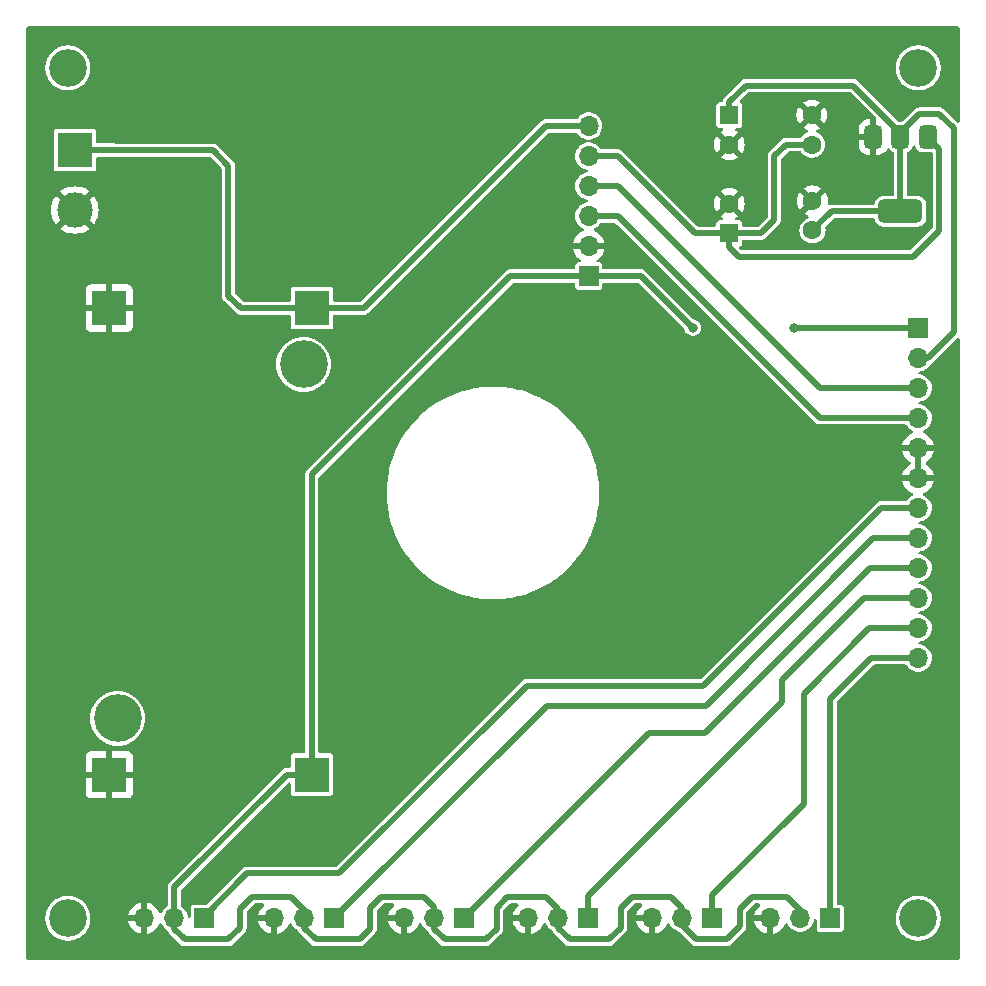
<source format=gbl>
G04 #@! TF.GenerationSoftware,KiCad,Pcbnew,8.0.4*
G04 #@! TF.CreationDate,2025-02-04T16:43:17-05:00*
G04 #@! TF.ProjectId,potencia_cubesat,706f7465-6e63-4696-915f-637562657361,rev?*
G04 #@! TF.SameCoordinates,Original*
G04 #@! TF.FileFunction,Copper,L2,Bot*
G04 #@! TF.FilePolarity,Positive*
%FSLAX46Y46*%
G04 Gerber Fmt 4.6, Leading zero omitted, Abs format (unit mm)*
G04 Created by KiCad (PCBNEW 8.0.4) date 2025-02-04 16:43:17*
%MOMM*%
%LPD*%
G01*
G04 APERTURE LIST*
G04 Aperture macros list*
%AMRoundRect*
0 Rectangle with rounded corners*
0 $1 Rounding radius*
0 $2 $3 $4 $5 $6 $7 $8 $9 X,Y pos of 4 corners*
0 Add a 4 corners polygon primitive as box body*
4,1,4,$2,$3,$4,$5,$6,$7,$8,$9,$2,$3,0*
0 Add four circle primitives for the rounded corners*
1,1,$1+$1,$2,$3*
1,1,$1+$1,$4,$5*
1,1,$1+$1,$6,$7*
1,1,$1+$1,$8,$9*
0 Add four rect primitives between the rounded corners*
20,1,$1+$1,$2,$3,$4,$5,0*
20,1,$1+$1,$4,$5,$6,$7,0*
20,1,$1+$1,$6,$7,$8,$9,0*
20,1,$1+$1,$8,$9,$2,$3,0*%
G04 Aperture macros list end*
G04 #@! TA.AperFunction,ComponentPad*
%ADD10C,3.200000*%
G04 #@! TD*
G04 #@! TA.AperFunction,ComponentPad*
%ADD11R,1.700000X1.700000*%
G04 #@! TD*
G04 #@! TA.AperFunction,ComponentPad*
%ADD12O,1.700000X1.700000*%
G04 #@! TD*
G04 #@! TA.AperFunction,ComponentPad*
%ADD13C,4.048000*%
G04 #@! TD*
G04 #@! TA.AperFunction,ComponentPad*
%ADD14R,3.000000X3.000000*%
G04 #@! TD*
G04 #@! TA.AperFunction,ComponentPad*
%ADD15R,1.600000X1.600000*%
G04 #@! TD*
G04 #@! TA.AperFunction,ComponentPad*
%ADD16C,1.600000*%
G04 #@! TD*
G04 #@! TA.AperFunction,ComponentPad*
%ADD17C,3.000000*%
G04 #@! TD*
G04 #@! TA.AperFunction,SMDPad,CuDef*
%ADD18RoundRect,0.375000X-0.375000X0.625000X-0.375000X-0.625000X0.375000X-0.625000X0.375000X0.625000X0*%
G04 #@! TD*
G04 #@! TA.AperFunction,SMDPad,CuDef*
%ADD19RoundRect,0.500000X-1.400000X0.500000X-1.400000X-0.500000X1.400000X-0.500000X1.400000X0.500000X0*%
G04 #@! TD*
G04 #@! TA.AperFunction,ViaPad*
%ADD20C,0.800000*%
G04 #@! TD*
G04 #@! TA.AperFunction,Conductor*
%ADD21C,0.508000*%
G04 #@! TD*
G04 APERTURE END LIST*
D10*
G04 #@! TO.P,H3,*
G04 #@! TO.N,*
X4500000Y4500000D03*
G04 #@! TD*
D11*
G04 #@! TO.P,J1,1,Pin_1*
G04 #@! TO.N,5V*
X76500000Y54475000D03*
D12*
G04 #@! TO.P,J1,2,Pin_2*
G04 #@! TO.N,3.3V*
X76500000Y51935000D03*
G04 #@! TO.P,J1,3,Pin_3*
G04 #@! TO.N,SDA*
X76500000Y49395000D03*
G04 #@! TO.P,J1,4,Pin_4*
G04 #@! TO.N,SCL*
X76500000Y46855000D03*
G04 #@! TO.P,J1,5,Pin_5*
G04 #@! TO.N,GND*
X76500000Y44315000D03*
G04 #@! TO.P,J1,6,Pin_6*
X76500000Y41775000D03*
G04 #@! TO.P,J1,7,Pin_7*
G04 #@! TO.N,Motor 1*
X76500000Y39235000D03*
G04 #@! TO.P,J1,8,Pin_8*
G04 #@! TO.N,Motor 2*
X76500000Y36695000D03*
G04 #@! TO.P,J1,9,Pin_9*
G04 #@! TO.N,Motor 3*
X76500000Y34155000D03*
G04 #@! TO.P,J1,10,Pin_10*
G04 #@! TO.N,Motor 4*
X76500000Y31615000D03*
G04 #@! TO.P,J1,11,Pin_11*
G04 #@! TO.N,Motor 5*
X76500000Y29075000D03*
G04 #@! TO.P,J1,12,Pin_12*
G04 #@! TO.N,Motor 6*
X76500000Y26535000D03*
G04 #@! TD*
D13*
G04 #@! TO.P,PS1,*
G04 #@! TO.N,*
X24469000Y51391000D03*
X8721000Y21419000D03*
D14*
G04 #@! TO.P,PS1,1,IN+*
G04 #@! TO.N,Vin+*
X25167500Y56153500D03*
G04 #@! TO.P,PS1,2,IN-*
G04 #@! TO.N,GND*
X8022500Y56153500D03*
G04 #@! TO.P,PS1,3,OUT+*
G04 #@! TO.N,5V*
X25167500Y16656500D03*
G04 #@! TO.P,PS1,4,OUT-*
G04 #@! TO.N,GND*
X8022500Y16656500D03*
G04 #@! TD*
D15*
G04 #@! TO.P,C3,1*
G04 #@! TO.N,VIN-*
X60500000Y62500000D03*
D16*
G04 #@! TO.P,C3,2*
G04 #@! TO.N,GND*
X60500000Y65000000D03*
G04 #@! TD*
D11*
G04 #@! TO.P,J7,1,Pin_1*
G04 #@! TO.N,Motor 4*
X48580000Y4500000D03*
D12*
G04 #@! TO.P,J7,2,Pin_2*
G04 #@! TO.N,5V*
X46040000Y4500000D03*
G04 #@! TO.P,J7,3,Pin_3*
G04 #@! TO.N,GND*
X43500000Y4500000D03*
G04 #@! TD*
D16*
G04 #@! TO.P,C2,1*
G04 #@! TO.N,VIN-*
X67500000Y70000000D03*
G04 #@! TO.P,C2,2*
G04 #@! TO.N,GND*
X67500000Y72500000D03*
G04 #@! TD*
D11*
G04 #@! TO.P,J6,1,Pin_1*
G04 #@! TO.N,Motor 3*
X38040000Y4500000D03*
D12*
G04 #@! TO.P,J6,2,Pin_2*
G04 #@! TO.N,5V*
X35500000Y4500000D03*
G04 #@! TO.P,J6,3,Pin_3*
G04 #@! TO.N,GND*
X32960000Y4500000D03*
G04 #@! TD*
D14*
G04 #@! TO.P,J3,1,Pin_1*
G04 #@! TO.N,Vin+*
X5100000Y69540000D03*
D17*
G04 #@! TO.P,J3,2,Pin_2*
G04 #@! TO.N,GND*
X5100000Y64460000D03*
G04 #@! TD*
D10*
G04 #@! TO.P,H4,*
G04 #@! TO.N,*
X76500000Y4500000D03*
G04 #@! TD*
D16*
G04 #@! TO.P,C5,1*
G04 #@! TO.N,3.3V*
X67548600Y62732400D03*
G04 #@! TO.P,C5,2*
G04 #@! TO.N,GND*
X67548600Y65232400D03*
G04 #@! TD*
D15*
G04 #@! TO.P,C4,1*
G04 #@! TO.N,3.3V*
X60500000Y72500000D03*
D16*
G04 #@! TO.P,C4,2*
G04 #@! TO.N,GND*
X60500000Y70000000D03*
G04 #@! TD*
D11*
G04 #@! TO.P,J4,1,Pin_1*
G04 #@! TO.N,5V*
X48600946Y58872667D03*
D12*
G04 #@! TO.P,J4,2,Pin_2*
G04 #@! TO.N,GND*
X48600946Y61412667D03*
G04 #@! TO.P,J4,3,Pin_3*
G04 #@! TO.N,SCL*
X48600946Y63952667D03*
G04 #@! TO.P,J4,4,Pin_4*
G04 #@! TO.N,SDA*
X48600946Y66492667D03*
G04 #@! TO.P,J4,5,Pin_5*
G04 #@! TO.N,VIN-*
X48600946Y69032667D03*
G04 #@! TO.P,J4,6,Pin_6*
G04 #@! TO.N,Vin+*
X48600946Y71572667D03*
G04 #@! TD*
D10*
G04 #@! TO.P,H1,*
G04 #@! TO.N,*
X4500000Y76500000D03*
G04 #@! TD*
D11*
G04 #@! TO.P,J2,1,Pin_1*
G04 #@! TO.N,Motor 1*
X16040000Y4500000D03*
D12*
G04 #@! TO.P,J2,2,Pin_2*
G04 #@! TO.N,5V*
X13500000Y4500000D03*
G04 #@! TO.P,J2,3,Pin_3*
G04 #@! TO.N,GND*
X10960000Y4500000D03*
G04 #@! TD*
D10*
G04 #@! TO.P,H2,*
G04 #@! TO.N,*
X76500000Y76500000D03*
G04 #@! TD*
D11*
G04 #@! TO.P,J5,1,Pin_1*
G04 #@! TO.N,Motor 2*
X27040000Y4500000D03*
D12*
G04 #@! TO.P,J5,2,Pin_2*
G04 #@! TO.N,5V*
X24500000Y4500000D03*
G04 #@! TO.P,J5,3,Pin_3*
G04 #@! TO.N,GND*
X21960000Y4500000D03*
G04 #@! TD*
D11*
G04 #@! TO.P,J9,1,Pin_1*
G04 #@! TO.N,Motor 6*
X69040000Y4500000D03*
D12*
G04 #@! TO.P,J9,2,Pin_2*
G04 #@! TO.N,5V*
X66500000Y4500000D03*
G04 #@! TO.P,J9,3,Pin_3*
G04 #@! TO.N,GND*
X63960000Y4500000D03*
G04 #@! TD*
D11*
G04 #@! TO.P,J8,1,Pin_1*
G04 #@! TO.N,Motor 5*
X59040000Y4500000D03*
D12*
G04 #@! TO.P,J8,2,Pin_2*
G04 #@! TO.N,5V*
X56500000Y4500000D03*
G04 #@! TO.P,J8,3,Pin_3*
G04 #@! TO.N,GND*
X53960000Y4500000D03*
G04 #@! TD*
D18*
G04 #@! TO.P,U2,1,ADJ*
G04 #@! TO.N,GND*
X72700000Y70650000D03*
G04 #@! TO.P,U2,2,VO*
G04 #@! TO.N,3.3V*
X75000000Y70650000D03*
D19*
X75000000Y64350000D03*
D18*
G04 #@! TO.P,U2,3,VI*
G04 #@! TO.N,VIN-*
X77300000Y70650000D03*
G04 #@! TD*
D20*
G04 #@! TO.N,5V*
X57400000Y54500000D03*
X66000000Y54500000D03*
G04 #@! TD*
D21*
G04 #@! TO.N,VIN-*
X48600946Y69032667D02*
X51067333Y69032667D01*
X61300000Y60500000D02*
X76100000Y60500000D01*
X63200000Y62500000D02*
X60500000Y62500000D01*
X78300000Y62700000D02*
X78300000Y69650000D01*
X65300000Y70000000D02*
X64300000Y69000000D01*
X60500000Y61300000D02*
X61300000Y60500000D01*
X67500000Y70000000D02*
X65300000Y70000000D01*
X64300000Y63600000D02*
X63200000Y62500000D01*
X64300000Y69000000D02*
X64300000Y63600000D01*
X57600000Y62500000D02*
X60500000Y62500000D01*
X60500000Y62500000D02*
X60500000Y61300000D01*
X76100000Y60500000D02*
X78300000Y62700000D01*
X78300000Y69650000D02*
X77300000Y70650000D01*
X51067333Y69032667D02*
X57600000Y62500000D01*
G04 #@! TO.N,3.3V*
X61900000Y75000000D02*
X60500000Y73600000D01*
X75000000Y71000000D02*
X76600000Y72600000D01*
X75000000Y64350000D02*
X69166200Y64350000D01*
X79500000Y54100000D02*
X77335000Y51935000D01*
X75000000Y70650000D02*
X75000000Y71000000D01*
X75000000Y70650000D02*
X75000000Y64350000D01*
X75000000Y71000000D02*
X71000000Y75000000D01*
X78300000Y72600000D02*
X79500000Y71400000D01*
X76600000Y72600000D02*
X78300000Y72600000D01*
X60500000Y73600000D02*
X60500000Y72500000D01*
X71000000Y75000000D02*
X61900000Y75000000D01*
X79500000Y71400000D02*
X79500000Y54100000D01*
X77335000Y51935000D02*
X76500000Y51935000D01*
X69166200Y64350000D02*
X67548600Y62732400D01*
G04 #@! TO.N,Vin+*
X25167500Y56153500D02*
X19146500Y56153500D01*
X44972667Y71572667D02*
X29553500Y56153500D01*
X18100000Y57200000D02*
X18100000Y68200000D01*
X5100000Y69540000D02*
X5140000Y69580000D01*
X18100000Y68200000D02*
X16800000Y69500000D01*
X16800000Y69500000D02*
X5140000Y69500000D01*
X48600946Y71572667D02*
X44972667Y71572667D01*
X19146500Y56153500D02*
X18100000Y57200000D01*
X5140000Y69500000D02*
X5100000Y69540000D01*
X5140000Y69580000D02*
X8300000Y69580000D01*
X29553500Y56153500D02*
X25167500Y56153500D01*
G04 #@! TO.N,5V*
X40800000Y5400000D02*
X40800000Y3600000D01*
X41972667Y58872667D02*
X25167500Y42067500D01*
X24500000Y3700000D02*
X24500000Y4500000D01*
X19100000Y3700000D02*
X18100000Y2700000D01*
X55600000Y6300000D02*
X52250000Y6300000D01*
X56500000Y5400000D02*
X55600000Y6300000D01*
X35500000Y5450000D02*
X34650000Y6300000D01*
X57700000Y2700000D02*
X56500000Y3900000D01*
X50300000Y2700000D02*
X47020000Y2700000D01*
X23400000Y6300000D02*
X20100000Y6300000D01*
X46040000Y5260000D02*
X45000000Y6300000D01*
X25500000Y2700000D02*
X24500000Y3700000D01*
X35500000Y3600000D02*
X35500000Y4500000D01*
X57400000Y54500000D02*
X53027333Y58872667D01*
X20100000Y6300000D02*
X19100000Y5300000D01*
X30100000Y3600000D02*
X29200000Y2700000D01*
X23056500Y16656500D02*
X25167500Y16656500D01*
X56500000Y3900000D02*
X56500000Y4500000D01*
X66500000Y4500000D02*
X66500000Y5200000D01*
X66500000Y5200000D02*
X65400000Y6300000D01*
X62400000Y6300000D02*
X61400000Y5300000D01*
X41700000Y6300000D02*
X40800000Y5400000D01*
X30100000Y5400000D02*
X30100000Y3600000D01*
X39900000Y2700000D02*
X36400000Y2700000D01*
X25167500Y42067500D02*
X25167500Y16656500D01*
X60300000Y2700000D02*
X57700000Y2700000D01*
X36400000Y2700000D02*
X35500000Y3600000D01*
X31000000Y6300000D02*
X30100000Y5400000D01*
X47020000Y2700000D02*
X46040000Y3680000D01*
X40800000Y3600000D02*
X39900000Y2700000D01*
X35500000Y4500000D02*
X35500000Y5450000D01*
X61400000Y3800000D02*
X60300000Y2700000D01*
X61400000Y5300000D02*
X61400000Y3800000D01*
X24500000Y5200000D02*
X23400000Y6300000D01*
X13500000Y7100000D02*
X23056500Y16656500D01*
X46040000Y3680000D02*
X46040000Y4500000D01*
X65400000Y6300000D02*
X62400000Y6300000D01*
X53027333Y58872667D02*
X48600946Y58872667D01*
X66025000Y54475000D02*
X66000000Y54500000D01*
X14400000Y2700000D02*
X13500000Y3600000D01*
X48600946Y58872667D02*
X41972667Y58872667D01*
X56500000Y4500000D02*
X56500000Y5400000D01*
X51300000Y3700000D02*
X50300000Y2700000D01*
X34650000Y6300000D02*
X31000000Y6300000D01*
X52250000Y6300000D02*
X51300000Y5350000D01*
X51300000Y5350000D02*
X51300000Y3700000D01*
X46040000Y4500000D02*
X46040000Y5260000D01*
X18100000Y2700000D02*
X14400000Y2700000D01*
X13500000Y3600000D02*
X13500000Y4500000D01*
X76500000Y54475000D02*
X66025000Y54475000D01*
X45000000Y6300000D02*
X41700000Y6300000D01*
X19100000Y5300000D02*
X19100000Y3700000D01*
X13500000Y4500000D02*
X13500000Y7100000D01*
X24500000Y4500000D02*
X24500000Y5200000D01*
X29200000Y2700000D02*
X25500000Y2700000D01*
G04 #@! TO.N,SCL*
X48600946Y63952667D02*
X51047333Y63952667D01*
X68145000Y46855000D02*
X76500000Y46855000D01*
X51047333Y63952667D02*
X68145000Y46855000D01*
G04 #@! TO.N,SDA*
X48600946Y66492667D02*
X51107333Y66492667D01*
X68205000Y49395000D02*
X76500000Y49395000D01*
X51107333Y66492667D02*
X68205000Y49395000D01*
G04 #@! TO.N,Motor 4*
X71915000Y31615000D02*
X76500000Y31615000D01*
X48580000Y6380000D02*
X65000000Y22800000D01*
X65000000Y22800000D02*
X65000000Y24700000D01*
X65000000Y24700000D02*
X71915000Y31615000D01*
X48580000Y4500000D02*
X48580000Y6380000D01*
G04 #@! TO.N,Motor 3*
X58460000Y20160000D02*
X72455000Y34155000D01*
X72455000Y34155000D02*
X76500000Y34155000D01*
X53700000Y20160000D02*
X58460000Y20160000D01*
X38040000Y4500000D02*
X53700000Y20160000D01*
G04 #@! TO.N,Motor 6*
X72535000Y26535000D02*
X76500000Y26535000D01*
X69040000Y23040000D02*
X72535000Y26535000D01*
X69040000Y4500000D02*
X69040000Y23040000D01*
G04 #@! TO.N,Motor 2*
X72695000Y36695000D02*
X76500000Y36695000D01*
X58500000Y22500000D02*
X72695000Y36695000D01*
X27040000Y4500000D02*
X45040000Y22500000D01*
X45040000Y22500000D02*
X58500000Y22500000D01*
G04 #@! TO.N,Motor 1*
X16040000Y4640000D02*
X19700000Y8300000D01*
X43400000Y24200000D02*
X58300000Y24200000D01*
X58300000Y24200000D02*
X73335000Y39235000D01*
X27500000Y8300000D02*
X43400000Y24200000D01*
X73335000Y39235000D02*
X76500000Y39235000D01*
X16040000Y4500000D02*
X16040000Y4640000D01*
X19700000Y8300000D02*
X27500000Y8300000D01*
G04 #@! TO.N,Motor 5*
X59040000Y6440000D02*
X66800000Y14200000D01*
X59040000Y4500000D02*
X59040000Y6440000D01*
X66800000Y14200000D02*
X66800000Y23500000D01*
X72375000Y29075000D02*
X76500000Y29075000D01*
X66800000Y23500000D02*
X72375000Y29075000D01*
G04 #@! TD*
G04 #@! TA.AperFunction,Conductor*
G04 #@! TO.N,GND*
G36*
X79942539Y79979815D02*
G01*
X79988294Y79927011D01*
X79999500Y79875500D01*
X79999500Y71984042D01*
X79979815Y71917003D01*
X79927011Y71871248D01*
X79857853Y71861304D01*
X79794297Y71890329D01*
X79787819Y71896361D01*
X79333106Y72351074D01*
X78753919Y72930261D01*
X78753915Y72930266D01*
X78743711Y72940469D01*
X78743711Y72940471D01*
X78640471Y73043711D01*
X78514029Y73116712D01*
X78502925Y73119687D01*
X78498863Y73120776D01*
X78482000Y73125294D01*
X78373002Y73154500D01*
X78373001Y73154500D01*
X78373000Y73154500D01*
X76680614Y73154500D01*
X76680598Y73154501D01*
X76673002Y73154501D01*
X76526999Y73154501D01*
X76441032Y73131465D01*
X76401136Y73120776D01*
X76401137Y73120776D01*
X76394727Y73119058D01*
X76385971Y73116712D01*
X76259529Y73043711D01*
X76162149Y72946331D01*
X76151958Y72936140D01*
X76151948Y72936129D01*
X75202638Y71986819D01*
X75141315Y71953334D01*
X75114957Y71950500D01*
X74885043Y71950500D01*
X74818004Y71970185D01*
X74797362Y71986819D01*
X73964101Y72820080D01*
X71453918Y75330261D01*
X71453915Y75330266D01*
X71443711Y75340469D01*
X71443711Y75340471D01*
X71340471Y75443711D01*
X71214029Y75516712D01*
X71073002Y75554500D01*
X71073001Y75554500D01*
X61973002Y75554500D01*
X61826998Y75554500D01*
X61685971Y75516712D01*
X61685968Y75516710D01*
X61562316Y75445320D01*
X61559529Y75443711D01*
X61468433Y75352615D01*
X61451958Y75336140D01*
X61451948Y75336129D01*
X60166600Y74050781D01*
X60166594Y74050776D01*
X60056290Y73940472D01*
X60056286Y73940467D01*
X59983289Y73814031D01*
X59983288Y73814028D01*
X59950700Y73692406D01*
X59914335Y73632745D01*
X59851488Y73602216D01*
X59830925Y73600499D01*
X59655136Y73600499D01*
X59655121Y73600497D01*
X59655117Y73600497D01*
X59630012Y73597586D01*
X59630010Y73597585D01*
X59630009Y73597585D01*
X59545048Y73560071D01*
X59527235Y73552206D01*
X59447794Y73472765D01*
X59402415Y73369993D01*
X59402415Y73369991D01*
X59399500Y73344868D01*
X59399500Y71655143D01*
X59399502Y71655117D01*
X59402413Y71630012D01*
X59402415Y71630008D01*
X59447793Y71527235D01*
X59527234Y71447794D01*
X59630007Y71402415D01*
X59655131Y71399500D01*
X59865846Y71399500D01*
X59932885Y71379815D01*
X59978640Y71327011D01*
X59988584Y71257853D01*
X59959559Y71194297D01*
X59918251Y71163118D01*
X59847517Y71130134D01*
X59847513Y71130132D01*
X59774526Y71079025D01*
X60453553Y70400000D01*
X60447339Y70400000D01*
X60345606Y70372741D01*
X60254394Y70320080D01*
X60179920Y70245606D01*
X60127259Y70154394D01*
X60100000Y70052661D01*
X60100000Y70046446D01*
X59420974Y70725472D01*
X59369863Y70652478D01*
X59273735Y70446331D01*
X59273730Y70446317D01*
X59214860Y70226610D01*
X59214858Y70226599D01*
X59195034Y70000002D01*
X59195034Y69999997D01*
X59214858Y69773400D01*
X59214860Y69773389D01*
X59273730Y69553682D01*
X59273734Y69553673D01*
X59369866Y69347516D01*
X59369868Y69347512D01*
X59420973Y69274526D01*
X59420974Y69274526D01*
X60100000Y69953552D01*
X60100000Y69947339D01*
X60127259Y69845606D01*
X60179920Y69754394D01*
X60254394Y69679920D01*
X60345606Y69627259D01*
X60447339Y69600000D01*
X60453553Y69600000D01*
X59774526Y68920974D01*
X59774526Y68920973D01*
X59847512Y68869868D01*
X59847516Y68869866D01*
X60053673Y68773734D01*
X60053682Y68773730D01*
X60273389Y68714860D01*
X60273400Y68714858D01*
X60499998Y68695034D01*
X60500002Y68695034D01*
X60726599Y68714858D01*
X60726610Y68714860D01*
X60946317Y68773730D01*
X60946331Y68773735D01*
X61152478Y68869863D01*
X61225472Y68920974D01*
X60546448Y69600000D01*
X60552661Y69600000D01*
X60654394Y69627259D01*
X60745606Y69679920D01*
X60820080Y69754394D01*
X60872741Y69845606D01*
X60900000Y69947339D01*
X60900000Y69953551D01*
X61579025Y69274526D01*
X61630132Y69347513D01*
X61630136Y69347521D01*
X61726264Y69553668D01*
X61726269Y69553682D01*
X61785139Y69773389D01*
X61785141Y69773400D01*
X61804966Y69999997D01*
X61804966Y70000002D01*
X61785141Y70226599D01*
X61785139Y70226610D01*
X61726269Y70446317D01*
X61726264Y70446331D01*
X61630136Y70652478D01*
X61579024Y70725471D01*
X60900000Y70046447D01*
X60900000Y70052661D01*
X60872741Y70154394D01*
X60820080Y70245606D01*
X60745606Y70320080D01*
X60654394Y70372741D01*
X60552661Y70400000D01*
X60546447Y70400000D01*
X61225471Y71079024D01*
X61152480Y71130135D01*
X61081748Y71163117D01*
X61029308Y71209289D01*
X61010155Y71276482D01*
X61030370Y71343363D01*
X61083534Y71388699D01*
X61134150Y71399500D01*
X61344856Y71399500D01*
X61344882Y71399502D01*
X61369987Y71402413D01*
X61369991Y71402415D01*
X61472764Y71447793D01*
X61552205Y71527234D01*
X61552206Y71527235D01*
X61589167Y71610944D01*
X61597584Y71630006D01*
X61597585Y71630009D01*
X61600500Y71655135D01*
X61600499Y73344864D01*
X61600497Y73344882D01*
X61597586Y73369987D01*
X61597585Y73369988D01*
X61597585Y73369991D01*
X61552206Y73472765D01*
X61472765Y73552206D01*
X61472760Y73552207D01*
X61463286Y73558699D01*
X61464225Y73560071D01*
X61421012Y73596566D01*
X61400478Y73663350D01*
X61419309Y73730634D01*
X61436787Y73752606D01*
X62093362Y74409181D01*
X62154685Y74442666D01*
X62181043Y74445500D01*
X70718957Y74445500D01*
X70785996Y74425815D01*
X70806638Y74409181D01*
X72920228Y72295590D01*
X72953713Y72234267D01*
X72950000Y72182347D01*
X72950000Y69150000D01*
X73151097Y69150000D01*
X73193824Y69152897D01*
X73378523Y69198831D01*
X73549022Y69283390D01*
X73549025Y69283392D01*
X73697366Y69402632D01*
X73697367Y69402633D01*
X73816605Y69550972D01*
X73853982Y69626336D01*
X73901403Y69677649D01*
X73969038Y69695179D01*
X74035414Y69673359D01*
X74071187Y69635393D01*
X74089348Y69605351D01*
X74089351Y69605347D01*
X74205347Y69489351D01*
X74205351Y69489348D01*
X74345727Y69404488D01*
X74345732Y69404487D01*
X74358392Y69400542D01*
X74416539Y69361804D01*
X74444512Y69297778D01*
X74445500Y69282157D01*
X74445500Y65774500D01*
X74425815Y65707461D01*
X74373011Y65661706D01*
X74321500Y65650500D01*
X73555044Y65650500D01*
X73555041Y65650499D01*
X73511246Y65645565D01*
X73420750Y65635369D01*
X73420745Y65635368D01*
X73250478Y65575789D01*
X73250476Y65575788D01*
X73242242Y65570614D01*
X73097738Y65479816D01*
X73097737Y65479815D01*
X72970184Y65352262D01*
X72874211Y65199523D01*
X72814631Y65029254D01*
X72814630Y65029250D01*
X72812982Y65014616D01*
X72785915Y64950202D01*
X72728321Y64910647D01*
X72689762Y64904500D01*
X69246814Y64904500D01*
X69246798Y64904501D01*
X69239202Y64904501D01*
X69093198Y64904501D01*
X68989494Y64876713D01*
X68919645Y64878375D01*
X68861782Y64917536D01*
X68834277Y64981765D01*
X68833872Y65007294D01*
X68853566Y65232398D01*
X68853566Y65232402D01*
X68833741Y65458999D01*
X68833739Y65459010D01*
X68774869Y65678717D01*
X68774864Y65678731D01*
X68678736Y65884878D01*
X68627624Y65957871D01*
X67948600Y65278847D01*
X67948600Y65285061D01*
X67921341Y65386794D01*
X67868680Y65478006D01*
X67794206Y65552480D01*
X67702994Y65605141D01*
X67601261Y65632400D01*
X67595047Y65632400D01*
X68274071Y66311424D01*
X68201078Y66362536D01*
X67994931Y66458664D01*
X67994917Y66458669D01*
X67775210Y66517539D01*
X67775199Y66517541D01*
X67548602Y66537366D01*
X67548598Y66537366D01*
X67322000Y66517541D01*
X67321989Y66517539D01*
X67102282Y66458669D01*
X67102268Y66458664D01*
X66896121Y66362536D01*
X66896113Y66362532D01*
X66823126Y66311425D01*
X67502153Y65632400D01*
X67495939Y65632400D01*
X67394206Y65605141D01*
X67302994Y65552480D01*
X67228520Y65478006D01*
X67175859Y65386794D01*
X67148600Y65285061D01*
X67148600Y65278846D01*
X66469574Y65957872D01*
X66418463Y65884878D01*
X66322335Y65678731D01*
X66322330Y65678717D01*
X66263460Y65459010D01*
X66263458Y65458999D01*
X66243634Y65232402D01*
X66243634Y65232397D01*
X66263458Y65005800D01*
X66263460Y65005789D01*
X66322330Y64786082D01*
X66322334Y64786073D01*
X66418466Y64579916D01*
X66418468Y64579912D01*
X66469573Y64506926D01*
X66469574Y64506926D01*
X67148600Y65185952D01*
X67148600Y65179739D01*
X67175859Y65078006D01*
X67228520Y64986794D01*
X67302994Y64912320D01*
X67394206Y64859659D01*
X67495939Y64832400D01*
X67502153Y64832400D01*
X66823126Y64153374D01*
X66823126Y64153373D01*
X66896112Y64102268D01*
X66896116Y64102266D01*
X67102273Y64006134D01*
X67102288Y64006128D01*
X67142135Y63995451D01*
X67201795Y63959086D01*
X67232323Y63896238D01*
X67224028Y63826863D01*
X67179541Y63772985D01*
X67154834Y63760050D01*
X67055963Y63721748D01*
X67055957Y63721744D01*
X66882560Y63614382D01*
X66882558Y63614380D01*
X66731837Y63476981D01*
X66608927Y63314221D01*
X66518022Y63131660D01*
X66518017Y63131647D01*
X66462202Y62935482D01*
X66443385Y62732400D01*
X66443385Y62732399D01*
X66462202Y62529317D01*
X66518017Y62333152D01*
X66518022Y62333139D01*
X66608927Y62150578D01*
X66731835Y61987822D01*
X66731836Y61987819D01*
X66882558Y61850419D01*
X66882560Y61850417D01*
X67055957Y61743055D01*
X67055964Y61743051D01*
X67246141Y61669377D01*
X67246144Y61669376D01*
X67446624Y61631900D01*
X67446626Y61631900D01*
X67650574Y61631900D01*
X67650576Y61631900D01*
X67851056Y61669376D01*
X67980891Y61719674D01*
X68041235Y61743051D01*
X68041242Y61743055D01*
X68214639Y61850417D01*
X68214641Y61850419D01*
X68365363Y61987819D01*
X68365365Y61987822D01*
X68488272Y62150578D01*
X68488273Y62150579D01*
X68579182Y62333150D01*
X68634997Y62529317D01*
X68653158Y62725305D01*
X68653815Y62732399D01*
X68653815Y62732400D01*
X68636583Y62918369D01*
X68634997Y62935483D01*
X68632983Y62942561D01*
X68633563Y63012425D01*
X68664565Y63064184D01*
X69359562Y63759181D01*
X69420885Y63792666D01*
X69447243Y63795500D01*
X72689762Y63795500D01*
X72756801Y63775815D01*
X72802556Y63723011D01*
X72812982Y63685384D01*
X72814630Y63670749D01*
X72814631Y63670745D01*
X72874211Y63500476D01*
X72970184Y63347737D01*
X73097737Y63220184D01*
X73250476Y63124211D01*
X73420745Y63064631D01*
X73420750Y63064630D01*
X73555039Y63049500D01*
X73555046Y63049500D01*
X76444960Y63049500D01*
X76579249Y63064630D01*
X76579254Y63064631D01*
X76749523Y63124211D01*
X76902262Y63220184D01*
X77029815Y63347737D01*
X77043799Y63369991D01*
X77125789Y63500478D01*
X77185368Y63670745D01*
X77185369Y63670750D01*
X77198410Y63786497D01*
X77200500Y63805046D01*
X77200500Y64894954D01*
X77188665Y64999997D01*
X77185369Y65029249D01*
X77185368Y65029254D01*
X77185368Y65029255D01*
X77125789Y65199522D01*
X77029816Y65352262D01*
X76902262Y65479816D01*
X76749522Y65575789D01*
X76579255Y65635368D01*
X76579252Y65635368D01*
X76579249Y65635369D01*
X76512104Y65642934D01*
X76444957Y65650499D01*
X76444956Y65650500D01*
X76444954Y65650500D01*
X75678500Y65650500D01*
X75611461Y65670185D01*
X75565706Y65722989D01*
X75554500Y65774500D01*
X75554500Y69282157D01*
X75574185Y69349196D01*
X75626989Y69394951D01*
X75641608Y69400542D01*
X75654267Y69404487D01*
X75654272Y69404488D01*
X75794648Y69489348D01*
X75794652Y69489351D01*
X75910648Y69605347D01*
X75910651Y69605351D01*
X75995511Y69745727D01*
X75995514Y69745736D01*
X76031615Y69861586D01*
X76070352Y69919734D01*
X76134378Y69947708D01*
X76203363Y69936626D01*
X76255406Y69890008D01*
X76268385Y69861586D01*
X76304485Y69745736D01*
X76304488Y69745727D01*
X76389348Y69605351D01*
X76389351Y69605347D01*
X76505347Y69489351D01*
X76505351Y69489348D01*
X76645727Y69404488D01*
X76645736Y69404485D01*
X76802335Y69355687D01*
X76802339Y69355686D01*
X76802343Y69355685D01*
X76870406Y69349500D01*
X76870409Y69349500D01*
X77621500Y69349500D01*
X77688539Y69329815D01*
X77734294Y69277011D01*
X77745500Y69225500D01*
X77745500Y62981043D01*
X77725815Y62914004D01*
X77709181Y62893362D01*
X75906638Y61090819D01*
X75845315Y61057334D01*
X75818957Y61054500D01*
X61581043Y61054500D01*
X61514004Y61074185D01*
X61493366Y61090814D01*
X61367415Y61216765D01*
X61333932Y61278085D01*
X61338916Y61347777D01*
X61380787Y61403711D01*
X61405012Y61417878D01*
X61472764Y61447793D01*
X61552205Y61527234D01*
X61552206Y61527235D01*
X61597585Y61630009D01*
X61600500Y61655135D01*
X61600500Y61821500D01*
X61620185Y61888539D01*
X61672989Y61934294D01*
X61724500Y61945500D01*
X63273001Y61945500D01*
X63273002Y61945500D01*
X63343515Y61964394D01*
X63414030Y61983288D01*
X63414031Y61983288D01*
X63421876Y61987818D01*
X63421880Y61987821D01*
X63540471Y62056289D01*
X63643711Y62159529D01*
X63650779Y62166597D01*
X63650781Y62166600D01*
X64636129Y63151948D01*
X64636140Y63151958D01*
X64662682Y63178500D01*
X64743711Y63259529D01*
X64816712Y63385971D01*
X64822073Y63405980D01*
X64854500Y63526998D01*
X64854500Y63673002D01*
X64854500Y68718956D01*
X64874185Y68785995D01*
X64890819Y68806637D01*
X65493363Y69409181D01*
X65554686Y69442666D01*
X65581044Y69445500D01*
X66477950Y69445500D01*
X66544989Y69425815D01*
X66576904Y69396227D01*
X66683237Y69255418D01*
X66833958Y69118019D01*
X66833960Y69118017D01*
X67007357Y69010655D01*
X67007364Y69010651D01*
X67197541Y68936977D01*
X67197544Y68936976D01*
X67398024Y68899500D01*
X67398026Y68899500D01*
X67601974Y68899500D01*
X67601976Y68899500D01*
X67802456Y68936976D01*
X67897546Y68973814D01*
X67992635Y69010651D01*
X67992642Y69010655D01*
X68166039Y69118017D01*
X68166041Y69118019D01*
X68316762Y69255418D01*
X68386315Y69347521D01*
X68439673Y69418179D01*
X68486272Y69511764D01*
X68530577Y69600739D01*
X68530578Y69600743D01*
X68530582Y69600750D01*
X68586397Y69796917D01*
X68600480Y69948903D01*
X71450000Y69948903D01*
X71452897Y69906175D01*
X71498831Y69721476D01*
X71583390Y69550977D01*
X71583392Y69550974D01*
X71702632Y69402633D01*
X71702633Y69402632D01*
X71850974Y69283392D01*
X71850977Y69283390D01*
X72021476Y69198831D01*
X72206175Y69152897D01*
X72248903Y69150000D01*
X72450000Y69150000D01*
X72450000Y70400000D01*
X71450000Y70400000D01*
X71450000Y69948903D01*
X68600480Y69948903D01*
X68605215Y70000000D01*
X68586397Y70203083D01*
X68530582Y70399250D01*
X68439673Y70581821D01*
X68316764Y70744579D01*
X68166041Y70881981D01*
X67992637Y70989348D01*
X67893764Y71027651D01*
X67838364Y71070222D01*
X67814773Y71135989D01*
X67830484Y71204070D01*
X67880507Y71252849D01*
X67906464Y71263052D01*
X67946322Y71273732D01*
X67946331Y71273735D01*
X68112232Y71351096D01*
X71450000Y71351096D01*
X71450000Y70900000D01*
X72450000Y70900000D01*
X72450000Y72150000D01*
X72248903Y72150000D01*
X72206175Y72147102D01*
X72021476Y72101168D01*
X71850977Y72016609D01*
X71850974Y72016607D01*
X71702633Y71897367D01*
X71702632Y71897366D01*
X71583392Y71749025D01*
X71583390Y71749022D01*
X71498831Y71578523D01*
X71452897Y71393824D01*
X71450000Y71351096D01*
X68112232Y71351096D01*
X68152478Y71369863D01*
X68225472Y71420974D01*
X67546448Y72100000D01*
X67552661Y72100000D01*
X67654394Y72127259D01*
X67745606Y72179920D01*
X67820080Y72254394D01*
X67872741Y72345606D01*
X67900000Y72447339D01*
X67900000Y72453551D01*
X68579025Y71774526D01*
X68630132Y71847513D01*
X68630136Y71847521D01*
X68726264Y72053668D01*
X68726269Y72053682D01*
X68785139Y72273389D01*
X68785141Y72273400D01*
X68804966Y72499997D01*
X68804966Y72500002D01*
X68785141Y72726599D01*
X68785139Y72726610D01*
X68726269Y72946317D01*
X68726264Y72946331D01*
X68630136Y73152478D01*
X68579024Y73225471D01*
X67900000Y72546447D01*
X67900000Y72552661D01*
X67872741Y72654394D01*
X67820080Y72745606D01*
X67745606Y72820080D01*
X67654394Y72872741D01*
X67552661Y72900000D01*
X67546447Y72900000D01*
X68225471Y73579024D01*
X68152478Y73630136D01*
X67946331Y73726264D01*
X67946317Y73726269D01*
X67726610Y73785139D01*
X67726599Y73785141D01*
X67500002Y73804966D01*
X67499998Y73804966D01*
X67273400Y73785141D01*
X67273389Y73785139D01*
X67053682Y73726269D01*
X67053668Y73726264D01*
X66847521Y73630136D01*
X66847513Y73630132D01*
X66774526Y73579025D01*
X67453553Y72900000D01*
X67447339Y72900000D01*
X67345606Y72872741D01*
X67254394Y72820080D01*
X67179920Y72745606D01*
X67127259Y72654394D01*
X67100000Y72552661D01*
X67100000Y72546446D01*
X66420974Y73225472D01*
X66369863Y73152478D01*
X66273735Y72946331D01*
X66273730Y72946317D01*
X66214860Y72726610D01*
X66214858Y72726599D01*
X66195034Y72500002D01*
X66195034Y72499997D01*
X66214858Y72273400D01*
X66214860Y72273389D01*
X66273730Y72053682D01*
X66273734Y72053673D01*
X66369866Y71847516D01*
X66369868Y71847512D01*
X66420973Y71774526D01*
X66420974Y71774526D01*
X67100000Y72453552D01*
X67100000Y72447339D01*
X67127259Y72345606D01*
X67179920Y72254394D01*
X67254394Y72179920D01*
X67345606Y72127259D01*
X67447339Y72100000D01*
X67453553Y72100000D01*
X66774526Y71420974D01*
X66774526Y71420973D01*
X66847512Y71369868D01*
X66847516Y71369866D01*
X67053673Y71273734D01*
X67053688Y71273728D01*
X67093535Y71263051D01*
X67153195Y71226686D01*
X67183723Y71163838D01*
X67175428Y71094463D01*
X67130941Y71040585D01*
X67106234Y71027650D01*
X67007363Y70989348D01*
X67007357Y70989344D01*
X66833960Y70881982D01*
X66833958Y70881980D01*
X66683237Y70744581D01*
X66576904Y70603773D01*
X66520795Y70562137D01*
X66477950Y70554500D01*
X65380614Y70554500D01*
X65380598Y70554501D01*
X65373002Y70554501D01*
X65226999Y70554501D01*
X65085971Y70516712D01*
X65085969Y70516711D01*
X65085968Y70516710D01*
X64964043Y70446317D01*
X64959529Y70443711D01*
X64459532Y69943713D01*
X63966600Y69450781D01*
X63966594Y69450776D01*
X63856290Y69340472D01*
X63856286Y69340467D01*
X63789911Y69225500D01*
X63783288Y69214029D01*
X63757563Y69118019D01*
X63745500Y69073000D01*
X63745500Y63881043D01*
X63725815Y63814004D01*
X63709181Y63793362D01*
X63006638Y63090819D01*
X62945315Y63057334D01*
X62918957Y63054500D01*
X61724499Y63054500D01*
X61657460Y63074185D01*
X61611705Y63126989D01*
X61600499Y63178500D01*
X61600499Y63344856D01*
X61600499Y63344864D01*
X61600032Y63348894D01*
X61597586Y63369987D01*
X61597585Y63369988D01*
X61597585Y63369991D01*
X61552206Y63472765D01*
X61472765Y63552206D01*
X61369991Y63597585D01*
X61344865Y63600500D01*
X61134151Y63600499D01*
X61067114Y63620183D01*
X61021359Y63672987D01*
X61011415Y63742145D01*
X61040440Y63805701D01*
X61081748Y63836881D01*
X61152480Y63869864D01*
X61225472Y63920974D01*
X60546448Y64600000D01*
X60552661Y64600000D01*
X60654394Y64627259D01*
X60745606Y64679920D01*
X60820080Y64754394D01*
X60872741Y64845606D01*
X60900000Y64947339D01*
X60900000Y64953551D01*
X61579025Y64274526D01*
X61630132Y64347513D01*
X61630136Y64347521D01*
X61726264Y64553668D01*
X61726269Y64553682D01*
X61785139Y64773389D01*
X61785141Y64773400D01*
X61804966Y64999997D01*
X61804966Y65000002D01*
X61785141Y65226599D01*
X61785139Y65226610D01*
X61726269Y65446317D01*
X61726264Y65446331D01*
X61630136Y65652478D01*
X61579024Y65725471D01*
X60900000Y65046447D01*
X60900000Y65052661D01*
X60872741Y65154394D01*
X60820080Y65245606D01*
X60745606Y65320080D01*
X60654394Y65372741D01*
X60552661Y65400000D01*
X60546447Y65400000D01*
X61225471Y66079024D01*
X61152478Y66130136D01*
X60946331Y66226264D01*
X60946317Y66226269D01*
X60726610Y66285139D01*
X60726599Y66285141D01*
X60500002Y66304966D01*
X60499998Y66304966D01*
X60273400Y66285141D01*
X60273389Y66285139D01*
X60053682Y66226269D01*
X60053668Y66226264D01*
X59847521Y66130136D01*
X59847513Y66130132D01*
X59774526Y66079025D01*
X60453553Y65400000D01*
X60447339Y65400000D01*
X60345606Y65372741D01*
X60254394Y65320080D01*
X60179920Y65245606D01*
X60127259Y65154394D01*
X60100000Y65052661D01*
X60100000Y65046446D01*
X59420974Y65725472D01*
X59369863Y65652478D01*
X59273735Y65446331D01*
X59273730Y65446317D01*
X59214860Y65226610D01*
X59214858Y65226599D01*
X59195034Y65000002D01*
X59195034Y64999997D01*
X59214858Y64773400D01*
X59214860Y64773389D01*
X59273730Y64553682D01*
X59273734Y64553673D01*
X59369866Y64347516D01*
X59369868Y64347512D01*
X59420973Y64274526D01*
X59420974Y64274526D01*
X60100000Y64953552D01*
X60100000Y64947339D01*
X60127259Y64845606D01*
X60179920Y64754394D01*
X60254394Y64679920D01*
X60345606Y64627259D01*
X60447339Y64600000D01*
X60453553Y64600000D01*
X59774526Y63920974D01*
X59774526Y63920973D01*
X59847512Y63869868D01*
X59847517Y63869866D01*
X59918253Y63836881D01*
X59970692Y63790708D01*
X59989844Y63723515D01*
X59969628Y63656633D01*
X59916462Y63611299D01*
X59865848Y63600499D01*
X59655136Y63600499D01*
X59655121Y63600497D01*
X59655117Y63600497D01*
X59630012Y63597586D01*
X59630010Y63597585D01*
X59630009Y63597585D01*
X59527235Y63552206D01*
X59447794Y63472765D01*
X59402415Y63369993D01*
X59402415Y63369991D01*
X59399500Y63344868D01*
X59399500Y63178500D01*
X59379815Y63111461D01*
X59327011Y63065706D01*
X59275500Y63054500D01*
X57881043Y63054500D01*
X57814004Y63074185D01*
X57793362Y63090819D01*
X56237734Y64646447D01*
X51521251Y69362928D01*
X51521248Y69362933D01*
X51511044Y69373136D01*
X51511044Y69373138D01*
X51407804Y69476378D01*
X51281362Y69549379D01*
X51193203Y69573001D01*
X51140335Y69587167D01*
X51140334Y69587167D01*
X51140333Y69587167D01*
X49685651Y69587167D01*
X49618612Y69606852D01*
X49586697Y69636440D01*
X49497621Y69754394D01*
X49454818Y69811074D01*
X49297248Y69954719D01*
X49115965Y70066965D01*
X48917144Y70143988D01*
X48720331Y70180778D01*
X48658052Y70212446D01*
X48622779Y70272759D01*
X48625713Y70342567D01*
X48665922Y70399707D01*
X48720330Y70424555D01*
X48917144Y70461346D01*
X49060059Y70516711D01*
X49115963Y70538368D01*
X49115965Y70538369D01*
X49142019Y70554501D01*
X49297248Y70650615D01*
X49454818Y70794260D01*
X49521062Y70881980D01*
X49583313Y70964413D01*
X49678349Y71155272D01*
X49678349Y71155274D01*
X49678351Y71155278D01*
X49736702Y71360357D01*
X49756375Y71572667D01*
X49736702Y71784977D01*
X49678351Y71990056D01*
X49665244Y72016378D01*
X49583313Y72180920D01*
X49583312Y72180920D01*
X49583312Y72180922D01*
X49454818Y72351074D01*
X49297248Y72494719D01*
X49115965Y72606965D01*
X48917144Y72683988D01*
X48707556Y72723167D01*
X48494336Y72723167D01*
X48284748Y72683988D01*
X48085927Y72606965D01*
X47904644Y72494719D01*
X47747074Y72351074D01*
X47747073Y72351073D01*
X47615195Y72176440D01*
X47559086Y72134804D01*
X47516241Y72127167D01*
X45045669Y72127167D01*
X44899665Y72127167D01*
X44758638Y72089379D01*
X44758635Y72089377D01*
X44632593Y72016607D01*
X44632196Y72016378D01*
X44569152Y71953334D01*
X44524625Y71908807D01*
X44524615Y71908796D01*
X29360138Y56744319D01*
X29298815Y56710834D01*
X29272457Y56708000D01*
X27091999Y56708000D01*
X27024960Y56727685D01*
X26979205Y56780489D01*
X26967999Y56832000D01*
X26967999Y57698356D01*
X26967999Y57698364D01*
X26967997Y57698382D01*
X26965086Y57723487D01*
X26965085Y57723488D01*
X26965085Y57723491D01*
X26919706Y57826265D01*
X26840265Y57905706D01*
X26737491Y57951085D01*
X26712365Y57954000D01*
X23622636Y57953999D01*
X23622622Y57953997D01*
X23622617Y57953997D01*
X23597512Y57951086D01*
X23597510Y57951085D01*
X23597509Y57951085D01*
X23494735Y57905706D01*
X23415294Y57826265D01*
X23369915Y57723493D01*
X23369915Y57723491D01*
X23367000Y57698368D01*
X23367000Y56832000D01*
X23347315Y56764961D01*
X23294511Y56719206D01*
X23243000Y56708000D01*
X19427544Y56708000D01*
X19360505Y56727685D01*
X19339863Y56744319D01*
X18690819Y57393362D01*
X18657334Y57454685D01*
X18654500Y57481043D01*
X18654500Y68119385D01*
X18654501Y68119403D01*
X18654501Y68272999D01*
X18654501Y68273001D01*
X18616712Y68414029D01*
X18576725Y68483288D01*
X18543711Y68540471D01*
X18440471Y68643711D01*
X18440469Y68643711D01*
X18430266Y68653915D01*
X18430261Y68653919D01*
X17253919Y69830261D01*
X17253915Y69830266D01*
X17243711Y69840469D01*
X17243711Y69840471D01*
X17140471Y69943711D01*
X17014029Y70016712D01*
X16918402Y70042335D01*
X16873002Y70054500D01*
X16873001Y70054500D01*
X16873000Y70054500D01*
X8620368Y70054500D01*
X8558368Y70071113D01*
X8514029Y70096712D01*
X8373001Y70134500D01*
X8372999Y70134500D01*
X7024499Y70134500D01*
X6957460Y70154185D01*
X6911705Y70206989D01*
X6900499Y70258500D01*
X6900499Y71084856D01*
X6900499Y71084864D01*
X6898686Y71100500D01*
X6897586Y71109987D01*
X6897585Y71109988D01*
X6897585Y71109991D01*
X6852206Y71212765D01*
X6772765Y71292206D01*
X6669991Y71337585D01*
X6644865Y71340500D01*
X3555136Y71340499D01*
X3555122Y71340497D01*
X3555117Y71340497D01*
X3530012Y71337586D01*
X3530010Y71337585D01*
X3530009Y71337585D01*
X3427235Y71292206D01*
X3347794Y71212765D01*
X3302415Y71109993D01*
X3302415Y71109991D01*
X3299500Y71084868D01*
X3299500Y67995143D01*
X3299502Y67995117D01*
X3302413Y67970012D01*
X3302415Y67970008D01*
X3347793Y67867235D01*
X3427234Y67787794D01*
X3530007Y67742415D01*
X3555134Y67739500D01*
X3555135Y67739500D01*
X6644856Y67739500D01*
X6644882Y67739502D01*
X6669987Y67742413D01*
X6669991Y67742415D01*
X6772764Y67787793D01*
X6852205Y67867234D01*
X6852206Y67867235D01*
X6897585Y67970009D01*
X6900500Y67995135D01*
X6900500Y68821500D01*
X6920185Y68888539D01*
X6972989Y68934294D01*
X7024500Y68945500D01*
X16518957Y68945500D01*
X16585996Y68925815D01*
X16606638Y68909181D01*
X17509181Y68006638D01*
X17542666Y67945315D01*
X17545500Y67918957D01*
X17545500Y57126999D01*
X17583288Y56985971D01*
X17583289Y56985968D01*
X17656286Y56859532D01*
X17656290Y56859527D01*
X17759531Y56756287D01*
X18720229Y55795588D01*
X18720229Y55795587D01*
X18720230Y55795588D01*
X18806029Y55709789D01*
X18859469Y55678935D01*
X18859469Y55678934D01*
X18932467Y55636789D01*
X18932470Y55636788D01*
X19073498Y55599000D01*
X19073499Y55599000D01*
X23243001Y55599000D01*
X23310040Y55579315D01*
X23355795Y55526511D01*
X23367001Y55475000D01*
X23367001Y54608643D01*
X23367002Y54608617D01*
X23369913Y54583512D01*
X23369915Y54583508D01*
X23415293Y54480735D01*
X23494734Y54401294D01*
X23597507Y54355915D01*
X23622634Y54353000D01*
X23622635Y54353000D01*
X26712356Y54353000D01*
X26712382Y54353002D01*
X26737487Y54355913D01*
X26737491Y54355915D01*
X26840264Y54401293D01*
X26919705Y54480734D01*
X26919706Y54480735D01*
X26965085Y54583509D01*
X26968000Y54608635D01*
X26968000Y55475000D01*
X26987685Y55542039D01*
X27040489Y55587794D01*
X27092000Y55599000D01*
X29626501Y55599000D01*
X29626502Y55599000D01*
X29767529Y55636788D01*
X29767531Y55636789D01*
X29893967Y55709786D01*
X29893972Y55709790D01*
X30004279Y55820097D01*
X30004281Y55820100D01*
X45166029Y70981848D01*
X45227352Y71015333D01*
X45253710Y71018167D01*
X47516241Y71018167D01*
X47583280Y70998482D01*
X47615195Y70968894D01*
X47747073Y70794260D01*
X47904645Y70650614D01*
X48085926Y70538369D01*
X48085928Y70538368D01*
X48284745Y70461347D01*
X48284748Y70461346D01*
X48481559Y70424555D01*
X48543839Y70392888D01*
X48579112Y70332575D01*
X48576178Y70262767D01*
X48535969Y70205627D01*
X48481559Y70180778D01*
X48284748Y70143988D01*
X48085927Y70066965D01*
X47904644Y69954719D01*
X47768116Y69830256D01*
X47747073Y69811073D01*
X47618578Y69640920D01*
X47523542Y69450061D01*
X47523542Y69450059D01*
X47523541Y69450056D01*
X47509453Y69400542D01*
X47465190Y69244977D01*
X47445517Y69032667D01*
X47445517Y69032666D01*
X47465190Y68820356D01*
X47523542Y68615274D01*
X47523542Y68615272D01*
X47618578Y68424413D01*
X47747073Y68254260D01*
X47904645Y68110614D01*
X48085926Y67998369D01*
X48085928Y67998368D01*
X48222876Y67945315D01*
X48284748Y67921346D01*
X48481559Y67884555D01*
X48543839Y67852888D01*
X48579112Y67792575D01*
X48576178Y67722767D01*
X48535969Y67665627D01*
X48481559Y67640778D01*
X48284748Y67603988D01*
X48085927Y67526965D01*
X47904644Y67414719D01*
X47747074Y67271074D01*
X47747073Y67271073D01*
X47618578Y67100920D01*
X47523542Y66910061D01*
X47523542Y66910059D01*
X47465190Y66704977D01*
X47445517Y66492667D01*
X47445517Y66492666D01*
X47465190Y66280356D01*
X47523542Y66075274D01*
X47523542Y66075272D01*
X47618578Y65884413D01*
X47747073Y65714260D01*
X47904645Y65570614D01*
X48085926Y65458369D01*
X48085928Y65458368D01*
X48284745Y65381347D01*
X48284748Y65381346D01*
X48481559Y65344555D01*
X48543839Y65312888D01*
X48579112Y65252575D01*
X48576178Y65182767D01*
X48535969Y65125627D01*
X48481559Y65100778D01*
X48284748Y65063988D01*
X48085927Y64986965D01*
X47904644Y64874719D01*
X47807405Y64786073D01*
X47747073Y64731073D01*
X47618578Y64560920D01*
X47523542Y64370061D01*
X47523542Y64370059D01*
X47465190Y64164977D01*
X47445517Y63952667D01*
X47445517Y63952666D01*
X47465190Y63740356D01*
X47523542Y63535274D01*
X47523542Y63535272D01*
X47618578Y63344413D01*
X47747073Y63174260D01*
X47904645Y63030614D01*
X48085926Y62918369D01*
X48085928Y62918368D01*
X48097194Y62914004D01*
X48114908Y62907141D01*
X48170310Y62864569D01*
X48193900Y62798802D01*
X48178189Y62730721D01*
X48128165Y62681943D01*
X48122519Y62679133D01*
X47923368Y62586267D01*
X47923366Y62586266D01*
X47729872Y62450780D01*
X47729866Y62450775D01*
X47562837Y62283746D01*
X47562832Y62283740D01*
X47427346Y62090246D01*
X47427345Y62090244D01*
X47327516Y61876159D01*
X47327513Y61876153D01*
X47270310Y61662667D01*
X48167934Y61662667D01*
X48135021Y61605660D01*
X48100946Y61478493D01*
X48100946Y61346841D01*
X48135021Y61219674D01*
X48167934Y61162667D01*
X47270310Y61162667D01*
X47327513Y60949180D01*
X47327516Y60949174D01*
X47427345Y60735088D01*
X47562840Y60541584D01*
X47729867Y60374557D01*
X47909551Y60248740D01*
X47953176Y60194163D01*
X47960368Y60124665D01*
X47928845Y60062310D01*
X47868615Y60026897D01*
X47838427Y60023166D01*
X47706082Y60023166D01*
X47706067Y60023164D01*
X47706063Y60023164D01*
X47680958Y60020253D01*
X47680956Y60020252D01*
X47680955Y60020252D01*
X47597239Y59983288D01*
X47578181Y59974873D01*
X47498740Y59895432D01*
X47453361Y59792660D01*
X47453361Y59792658D01*
X47450446Y59767535D01*
X47450446Y59551167D01*
X47430761Y59484128D01*
X47377957Y59438373D01*
X47326446Y59427167D01*
X42045669Y59427167D01*
X41899665Y59427167D01*
X41758638Y59389379D01*
X41632196Y59316378D01*
X41528956Y59213138D01*
X41524625Y59208807D01*
X41524615Y59208796D01*
X24834100Y42518281D01*
X24834094Y42518276D01*
X24723790Y42407972D01*
X24723786Y42407967D01*
X24650789Y42281531D01*
X24650788Y42281529D01*
X24619080Y42163190D01*
X24613000Y42140500D01*
X24613000Y18580999D01*
X24593315Y18513960D01*
X24540511Y18468205D01*
X24489000Y18456999D01*
X23622636Y18456999D01*
X23622621Y18456997D01*
X23622617Y18456997D01*
X23597512Y18454086D01*
X23597510Y18454085D01*
X23597509Y18454085D01*
X23494735Y18408706D01*
X23415294Y18329265D01*
X23369915Y18226493D01*
X23369915Y18226491D01*
X23367000Y18201368D01*
X23367000Y17335000D01*
X23347315Y17267961D01*
X23294511Y17222206D01*
X23243000Y17211000D01*
X23129502Y17211000D01*
X22983498Y17211000D01*
X22842471Y17173212D01*
X22716029Y17100211D01*
X22640726Y17024908D01*
X22608458Y16992640D01*
X22608448Y16992629D01*
X13166600Y7550781D01*
X13166594Y7550776D01*
X13056290Y7440472D01*
X13056286Y7440467D01*
X12983289Y7314031D01*
X12983288Y7314028D01*
X12945500Y7173000D01*
X12945500Y5578919D01*
X12925815Y5511880D01*
X12886777Y5473492D01*
X12867336Y5461455D01*
X12805231Y5423001D01*
X12803698Y5422052D01*
X12650220Y5282137D01*
X12646127Y5278406D01*
X12517632Y5108253D01*
X12450676Y4973785D01*
X12403174Y4922548D01*
X12335511Y4905126D01*
X12269170Y4927051D01*
X12227294Y4976651D01*
X12133600Y5177577D01*
X12133599Y5177579D01*
X11998113Y5371073D01*
X11998108Y5371079D01*
X11831082Y5538105D01*
X11637578Y5673600D01*
X11423492Y5773429D01*
X11423483Y5773433D01*
X11210000Y5830633D01*
X11210000Y4933012D01*
X11152993Y4965925D01*
X11025826Y5000000D01*
X10894174Y5000000D01*
X10767007Y4965925D01*
X10710000Y4933012D01*
X10710000Y5830634D01*
X10496516Y5773433D01*
X10496507Y5773429D01*
X10282422Y5673600D01*
X10282420Y5673599D01*
X10088926Y5538113D01*
X10088920Y5538108D01*
X9921891Y5371079D01*
X9921886Y5371073D01*
X9786400Y5177579D01*
X9786399Y5177577D01*
X9686570Y4963492D01*
X9686567Y4963486D01*
X9629364Y4750000D01*
X10526988Y4750000D01*
X10494075Y4692993D01*
X10460000Y4565826D01*
X10460000Y4434174D01*
X10494075Y4307007D01*
X10526988Y4250000D01*
X9629364Y4250000D01*
X9686567Y4036513D01*
X9686570Y4036507D01*
X9786399Y3822421D01*
X9921894Y3628917D01*
X10088917Y3461894D01*
X10282421Y3326399D01*
X10496507Y3226570D01*
X10496513Y3226567D01*
X10709999Y3169364D01*
X10710000Y3169364D01*
X10710000Y4066988D01*
X10767007Y4034075D01*
X10894174Y4000000D01*
X11025826Y4000000D01*
X11152993Y4034075D01*
X11210000Y4066988D01*
X11210000Y3169364D01*
X11423486Y3226567D01*
X11423492Y3226570D01*
X11637578Y3326399D01*
X11831082Y3461894D01*
X11998105Y3628917D01*
X12133600Y3822421D01*
X12227294Y4023348D01*
X12273466Y4075787D01*
X12340660Y4094939D01*
X12407541Y4074723D01*
X12450676Y4026215D01*
X12517634Y3891744D01*
X12646127Y3721593D01*
X12803700Y3577945D01*
X12915560Y3508684D01*
X12962195Y3456656D01*
X12970055Y3435354D01*
X12983287Y3385973D01*
X12983289Y3385968D01*
X13056286Y3259532D01*
X13056290Y3259527D01*
X14059527Y2256290D01*
X14059532Y2256286D01*
X14185968Y2183289D01*
X14185971Y2183288D01*
X14326998Y2145500D01*
X18173001Y2145500D01*
X18173002Y2145500D01*
X18314029Y2183288D01*
X18314031Y2183289D01*
X18440467Y2256286D01*
X18440472Y2256290D01*
X18550779Y2366597D01*
X18550781Y2366600D01*
X19543709Y3359527D01*
X19543713Y3359532D01*
X19590271Y3440173D01*
X19616712Y3485971D01*
X19654501Y3626999D01*
X19654501Y3773002D01*
X19654501Y3782991D01*
X19654500Y3783004D01*
X19654500Y5018956D01*
X19674185Y5085995D01*
X19690819Y5106637D01*
X20293363Y5709181D01*
X20354686Y5742666D01*
X20381044Y5745500D01*
X20996950Y5745500D01*
X21063989Y5725815D01*
X21109744Y5673011D01*
X21119688Y5603853D01*
X21090663Y5540297D01*
X21084631Y5533819D01*
X20921891Y5371079D01*
X20921886Y5371073D01*
X20786400Y5177579D01*
X20786399Y5177577D01*
X20686570Y4963492D01*
X20686567Y4963486D01*
X20629364Y4750000D01*
X21526988Y4750000D01*
X21494075Y4692993D01*
X21460000Y4565826D01*
X21460000Y4434174D01*
X21494075Y4307007D01*
X21526988Y4250000D01*
X20629364Y4250000D01*
X20686567Y4036513D01*
X20686570Y4036507D01*
X20786399Y3822421D01*
X20921894Y3628917D01*
X21088917Y3461894D01*
X21282421Y3326399D01*
X21496507Y3226570D01*
X21496513Y3226567D01*
X21709999Y3169364D01*
X21710000Y3169364D01*
X21710000Y4066988D01*
X21767007Y4034075D01*
X21894174Y4000000D01*
X22025826Y4000000D01*
X22152993Y4034075D01*
X22210000Y4066988D01*
X22210000Y3169364D01*
X22423486Y3226567D01*
X22423492Y3226570D01*
X22637578Y3326399D01*
X22831082Y3461894D01*
X22998105Y3628917D01*
X23133600Y3822421D01*
X23227294Y4023348D01*
X23273466Y4075787D01*
X23340660Y4094939D01*
X23407541Y4074723D01*
X23450676Y4026215D01*
X23517634Y3891744D01*
X23646127Y3721593D01*
X23803699Y3577947D01*
X23974041Y3472475D01*
X24016149Y3429050D01*
X24056286Y3359532D01*
X24056291Y3359526D01*
X25159527Y2256290D01*
X25159532Y2256286D01*
X25285968Y2183289D01*
X25285969Y2183288D01*
X25356485Y2164393D01*
X25426999Y2145499D01*
X25427001Y2145499D01*
X25580598Y2145499D01*
X25580614Y2145500D01*
X29273001Y2145500D01*
X29273002Y2145500D01*
X29414029Y2183288D01*
X29414031Y2183289D01*
X29540467Y2256286D01*
X29540472Y2256290D01*
X29650779Y2366597D01*
X29650781Y2366600D01*
X30436129Y3151948D01*
X30436140Y3151958D01*
X30453546Y3169364D01*
X30543711Y3259529D01*
X30616712Y3385971D01*
X30621773Y3404858D01*
X30631692Y3441874D01*
X30643889Y3487396D01*
X30654500Y3526998D01*
X30654500Y3673002D01*
X30654500Y5118957D01*
X30674185Y5185996D01*
X30690819Y5206638D01*
X31193362Y5709181D01*
X31254685Y5742666D01*
X31281043Y5745500D01*
X31996950Y5745500D01*
X32063989Y5725815D01*
X32109744Y5673011D01*
X32119688Y5603853D01*
X32090663Y5540297D01*
X32084631Y5533819D01*
X31921891Y5371079D01*
X31921886Y5371073D01*
X31786400Y5177579D01*
X31786399Y5177577D01*
X31686570Y4963492D01*
X31686567Y4963486D01*
X31629364Y4750000D01*
X32526988Y4750000D01*
X32494075Y4692993D01*
X32460000Y4565826D01*
X32460000Y4434174D01*
X32494075Y4307007D01*
X32526988Y4250000D01*
X31629364Y4250000D01*
X31686567Y4036513D01*
X31686570Y4036507D01*
X31786399Y3822421D01*
X31921894Y3628917D01*
X32088917Y3461894D01*
X32282421Y3326399D01*
X32496507Y3226570D01*
X32496513Y3226567D01*
X32709999Y3169364D01*
X32710000Y3169364D01*
X32710000Y4066988D01*
X32767007Y4034075D01*
X32894174Y4000000D01*
X33025826Y4000000D01*
X33152993Y4034075D01*
X33210000Y4066988D01*
X33210000Y3169364D01*
X33423486Y3226567D01*
X33423492Y3226570D01*
X33637578Y3326399D01*
X33831082Y3461894D01*
X33998105Y3628917D01*
X34133600Y3822421D01*
X34227294Y4023348D01*
X34273466Y4075787D01*
X34340660Y4094939D01*
X34407541Y4074723D01*
X34450676Y4026215D01*
X34517634Y3891744D01*
X34646127Y3721593D01*
X34803700Y3577945D01*
X34915560Y3508684D01*
X34962195Y3456656D01*
X34970055Y3435354D01*
X34983287Y3385973D01*
X34983289Y3385968D01*
X35056286Y3259532D01*
X35056290Y3259527D01*
X36059527Y2256290D01*
X36059532Y2256286D01*
X36185968Y2183289D01*
X36185971Y2183288D01*
X36326998Y2145500D01*
X39973001Y2145500D01*
X39973002Y2145500D01*
X40114029Y2183288D01*
X40114031Y2183289D01*
X40240467Y2256286D01*
X40240472Y2256290D01*
X40350779Y2366597D01*
X40350781Y2366600D01*
X41136129Y3151948D01*
X41136140Y3151958D01*
X41153546Y3169364D01*
X41243711Y3259529D01*
X41316712Y3385971D01*
X41321773Y3404858D01*
X41331692Y3441874D01*
X41343889Y3487396D01*
X41354500Y3526998D01*
X41354500Y3673002D01*
X41354500Y5118957D01*
X41374185Y5185996D01*
X41390819Y5206638D01*
X41893362Y5709181D01*
X41954685Y5742666D01*
X41981043Y5745500D01*
X42536950Y5745500D01*
X42603989Y5725815D01*
X42649744Y5673011D01*
X42659688Y5603853D01*
X42630663Y5540297D01*
X42624631Y5533819D01*
X42461891Y5371079D01*
X42461886Y5371073D01*
X42326400Y5177579D01*
X42326399Y5177577D01*
X42226570Y4963492D01*
X42226567Y4963486D01*
X42169364Y4750000D01*
X43066988Y4750000D01*
X43034075Y4692993D01*
X43000000Y4565826D01*
X43000000Y4434174D01*
X43034075Y4307007D01*
X43066988Y4250000D01*
X42169364Y4250000D01*
X42226567Y4036513D01*
X42226570Y4036507D01*
X42326399Y3822421D01*
X42461894Y3628917D01*
X42628917Y3461894D01*
X42822421Y3326399D01*
X43036507Y3226570D01*
X43036513Y3226567D01*
X43249999Y3169364D01*
X43250000Y3169364D01*
X43250000Y4066988D01*
X43307007Y4034075D01*
X43434174Y4000000D01*
X43565826Y4000000D01*
X43692993Y4034075D01*
X43750000Y4066988D01*
X43750000Y3169364D01*
X43963486Y3226567D01*
X43963492Y3226570D01*
X44177578Y3326399D01*
X44371082Y3461894D01*
X44538105Y3628917D01*
X44673600Y3822421D01*
X44767294Y4023348D01*
X44813466Y4075787D01*
X44880660Y4094939D01*
X44947541Y4074723D01*
X44990676Y4026215D01*
X45057634Y3891744D01*
X45186127Y3721593D01*
X45343702Y3577944D01*
X45496073Y3483599D01*
X45538182Y3440173D01*
X45596286Y3339532D01*
X45596290Y3339527D01*
X46679527Y2256290D01*
X46679532Y2256286D01*
X46805968Y2183289D01*
X46805971Y2183288D01*
X46946998Y2145500D01*
X50373001Y2145500D01*
X50373002Y2145500D01*
X50514029Y2183288D01*
X50514031Y2183289D01*
X50640467Y2256286D01*
X50640472Y2256290D01*
X50750779Y2366597D01*
X50750781Y2366600D01*
X51743709Y3359527D01*
X51743713Y3359532D01*
X51790271Y3440173D01*
X51816712Y3485971D01*
X51854501Y3626999D01*
X51854501Y3773002D01*
X51854501Y3782991D01*
X51854500Y3783004D01*
X51854500Y5068957D01*
X51874185Y5135996D01*
X51890819Y5156638D01*
X52443362Y5709181D01*
X52504685Y5742666D01*
X52531043Y5745500D01*
X52996950Y5745500D01*
X53063989Y5725815D01*
X53109744Y5673011D01*
X53119688Y5603853D01*
X53090663Y5540297D01*
X53084631Y5533819D01*
X52921891Y5371079D01*
X52921886Y5371073D01*
X52786400Y5177579D01*
X52786399Y5177577D01*
X52686570Y4963492D01*
X52686567Y4963486D01*
X52629364Y4750000D01*
X53526988Y4750000D01*
X53494075Y4692993D01*
X53460000Y4565826D01*
X53460000Y4434174D01*
X53494075Y4307007D01*
X53526988Y4250000D01*
X52629364Y4250000D01*
X52686567Y4036513D01*
X52686570Y4036507D01*
X52786399Y3822421D01*
X52921894Y3628917D01*
X53088917Y3461894D01*
X53282421Y3326399D01*
X53496507Y3226570D01*
X53496513Y3226567D01*
X53709999Y3169364D01*
X53710000Y3169364D01*
X53710000Y4066988D01*
X53767007Y4034075D01*
X53894174Y4000000D01*
X54025826Y4000000D01*
X54152993Y4034075D01*
X54210000Y4066988D01*
X54210000Y3169364D01*
X54423486Y3226567D01*
X54423492Y3226570D01*
X54637578Y3326399D01*
X54831082Y3461894D01*
X54998105Y3628917D01*
X55133600Y3822421D01*
X55227294Y4023348D01*
X55273466Y4075787D01*
X55340660Y4094939D01*
X55407541Y4074723D01*
X55450676Y4026215D01*
X55517634Y3891744D01*
X55646127Y3721593D01*
X55803699Y3577947D01*
X55984980Y3465702D01*
X55984982Y3465701D01*
X56183800Y3388679D01*
X56183810Y3388676D01*
X56199366Y3385768D01*
X56261645Y3354097D01*
X56264255Y3351562D01*
X57256287Y2359531D01*
X57359527Y2256290D01*
X57359532Y2256286D01*
X57485968Y2183289D01*
X57485971Y2183288D01*
X57626998Y2145500D01*
X60373001Y2145500D01*
X60373002Y2145500D01*
X60514029Y2183288D01*
X60514031Y2183289D01*
X60640467Y2256286D01*
X60640472Y2256290D01*
X60750779Y2366597D01*
X60750781Y2366600D01*
X61736129Y3351948D01*
X61736140Y3351958D01*
X61789040Y3404858D01*
X61843711Y3459529D01*
X61843812Y3459703D01*
X61906372Y3568061D01*
X61916712Y3585971D01*
X61949540Y3708487D01*
X61954500Y3726998D01*
X61954500Y3873002D01*
X61954500Y5018956D01*
X61974185Y5085995D01*
X61990819Y5106637D01*
X62593363Y5709181D01*
X62654686Y5742666D01*
X62681044Y5745500D01*
X62996950Y5745500D01*
X63063989Y5725815D01*
X63109744Y5673011D01*
X63119688Y5603853D01*
X63090663Y5540297D01*
X63084631Y5533819D01*
X62921891Y5371079D01*
X62921886Y5371073D01*
X62786400Y5177579D01*
X62786399Y5177577D01*
X62686570Y4963492D01*
X62686567Y4963486D01*
X62629364Y4750000D01*
X63526988Y4750000D01*
X63494075Y4692993D01*
X63460000Y4565826D01*
X63460000Y4434174D01*
X63494075Y4307007D01*
X63526988Y4250000D01*
X62629364Y4250000D01*
X62686567Y4036513D01*
X62686570Y4036507D01*
X62786399Y3822421D01*
X62921894Y3628917D01*
X63088917Y3461894D01*
X63282421Y3326399D01*
X63496507Y3226570D01*
X63496513Y3226567D01*
X63709999Y3169364D01*
X63710000Y3169364D01*
X63710000Y4066988D01*
X63767007Y4034075D01*
X63894174Y4000000D01*
X64025826Y4000000D01*
X64152993Y4034075D01*
X64210000Y4066988D01*
X64210000Y3169364D01*
X64423486Y3226567D01*
X64423492Y3226570D01*
X64637578Y3326399D01*
X64831082Y3461894D01*
X64998105Y3628917D01*
X65133600Y3822421D01*
X65227294Y4023348D01*
X65273466Y4075787D01*
X65340660Y4094939D01*
X65407541Y4074723D01*
X65450676Y4026215D01*
X65517634Y3891744D01*
X65646127Y3721593D01*
X65803699Y3577947D01*
X65984980Y3465702D01*
X65984982Y3465701D01*
X66183799Y3388680D01*
X66183802Y3388679D01*
X66393390Y3349500D01*
X66393392Y3349500D01*
X66606608Y3349500D01*
X66606610Y3349500D01*
X66816198Y3388679D01*
X66936681Y3435354D01*
X67015017Y3465701D01*
X67015019Y3465702D01*
X67184494Y3570637D01*
X67196302Y3577948D01*
X67353872Y3721593D01*
X67423658Y3814004D01*
X67482367Y3891746D01*
X67577403Y4082605D01*
X67577403Y4082607D01*
X67577405Y4082611D01*
X67635756Y4287690D01*
X67642029Y4355393D01*
X67667815Y4420330D01*
X67724615Y4461018D01*
X67794396Y4464538D01*
X67855002Y4429773D01*
X67887193Y4367761D01*
X67889500Y4343952D01*
X67889500Y3605143D01*
X67889502Y3605117D01*
X67892413Y3580012D01*
X67892415Y3580008D01*
X67937793Y3477235D01*
X68017234Y3397794D01*
X68120007Y3352415D01*
X68145134Y3349500D01*
X68145135Y3349500D01*
X69934856Y3349500D01*
X69934882Y3349502D01*
X69959987Y3352413D01*
X69959991Y3352415D01*
X70062764Y3397793D01*
X70142205Y3477234D01*
X70142206Y3477235D01*
X70177805Y3557860D01*
X70187584Y3580006D01*
X70187585Y3580009D01*
X70190500Y3605135D01*
X70190499Y4500000D01*
X74594645Y4500000D01*
X74594645Y4499998D01*
X74599184Y4436537D01*
X74599500Y4427691D01*
X74599500Y4375431D01*
X74607893Y4311671D01*
X74608638Y4304336D01*
X74614038Y4228842D01*
X74614041Y4228825D01*
X74624998Y4178457D01*
X74626771Y4168287D01*
X74632018Y4128435D01*
X74632021Y4128420D01*
X74651782Y4054669D01*
X74653173Y4048936D01*
X74671823Y3963202D01*
X74671824Y3963200D01*
X74685627Y3926192D01*
X74689218Y3914958D01*
X74696496Y3887798D01*
X74696502Y3887781D01*
X74730332Y3806107D01*
X74731952Y3801990D01*
X74766824Y3708494D01*
X74766833Y3708475D01*
X74779972Y3684411D01*
X74785693Y3672455D01*
X74791838Y3657621D01*
X74842058Y3570637D01*
X74843501Y3568066D01*
X74897110Y3469891D01*
X74897114Y3469885D01*
X74906301Y3457612D01*
X74914410Y3445320D01*
X74916398Y3441877D01*
X74916401Y3441873D01*
X74984889Y3352615D01*
X74985778Y3351442D01*
X75060031Y3252254D01*
X75068048Y3244236D01*
X75068062Y3244224D01*
X75244224Y3068062D01*
X75244236Y3068048D01*
X75252254Y3060031D01*
X75351442Y2985778D01*
X75352615Y2984889D01*
X75441873Y2916401D01*
X75441877Y2916398D01*
X75445320Y2914410D01*
X75457612Y2906301D01*
X75469885Y2897114D01*
X75469891Y2897110D01*
X75568066Y2843501D01*
X75570637Y2842058D01*
X75657621Y2791838D01*
X75672455Y2785693D01*
X75684411Y2779972D01*
X75708475Y2766833D01*
X75708494Y2766824D01*
X75801990Y2731952D01*
X75806107Y2730332D01*
X75887781Y2696502D01*
X75887798Y2696496D01*
X75914958Y2689218D01*
X75926192Y2685627D01*
X75963200Y2671824D01*
X75963202Y2671823D01*
X76048936Y2653173D01*
X76054669Y2651782D01*
X76128420Y2632021D01*
X76128435Y2632018D01*
X76168287Y2626771D01*
X76178457Y2624998D01*
X76228825Y2614041D01*
X76228842Y2614038D01*
X76304336Y2608638D01*
X76311671Y2607893D01*
X76375432Y2599500D01*
X76375435Y2599500D01*
X76427691Y2599500D01*
X76436537Y2599184D01*
X76499999Y2594645D01*
X76500000Y2594645D01*
X76500001Y2594645D01*
X76563463Y2599184D01*
X76572309Y2599500D01*
X76624568Y2599500D01*
X76688327Y2607893D01*
X76695662Y2608638D01*
X76771162Y2614039D01*
X76771165Y2614039D01*
X76821539Y2624998D01*
X76831711Y2626771D01*
X76871565Y2632018D01*
X76871575Y2632020D01*
X76945332Y2651783D01*
X76951067Y2653174D01*
X77036799Y2671824D01*
X77036802Y2671825D01*
X77073802Y2685625D01*
X77085037Y2689217D01*
X77112207Y2696498D01*
X77193876Y2730326D01*
X77197994Y2731946D01*
X77291500Y2766822D01*
X77291520Y2766831D01*
X77315580Y2779969D01*
X77327543Y2785693D01*
X77342373Y2791836D01*
X77342376Y2791837D01*
X77342382Y2791840D01*
X77429379Y2842067D01*
X77431950Y2843511D01*
X77530107Y2897109D01*
X77530110Y2897111D01*
X77530113Y2897113D01*
X77542388Y2906302D01*
X77554689Y2914415D01*
X77558116Y2916394D01*
X77558121Y2916397D01*
X77558123Y2916399D01*
X77558127Y2916401D01*
X77647491Y2984972D01*
X77648524Y2985755D01*
X77747742Y3060029D01*
X77747746Y3060033D01*
X77747752Y3060038D01*
X77753333Y3065619D01*
X77753366Y3065651D01*
X77935050Y3247335D01*
X77935061Y3247347D01*
X77939961Y3252247D01*
X77939977Y3252265D01*
X78014158Y3351360D01*
X78015049Y3352536D01*
X78068872Y3422680D01*
X78083599Y3441873D01*
X78085578Y3445302D01*
X78093697Y3457610D01*
X78102886Y3469885D01*
X78102887Y3469887D01*
X78156524Y3568116D01*
X78157939Y3570635D01*
X78157941Y3570637D01*
X78208164Y3657627D01*
X78214306Y3672455D01*
X78220032Y3684422D01*
X78233171Y3708484D01*
X78233172Y3708487D01*
X78255576Y3768556D01*
X78268060Y3802026D01*
X78269669Y3806114D01*
X78303495Y3887776D01*
X78303500Y3887789D01*
X78303502Y3887793D01*
X78310783Y3914969D01*
X78314366Y3926178D01*
X78328175Y3963199D01*
X78346822Y4048920D01*
X78348213Y4054657D01*
X78367982Y4128436D01*
X78373228Y4168295D01*
X78374996Y4178441D01*
X78385961Y4228840D01*
X78391361Y4304350D01*
X78392101Y4311641D01*
X78400500Y4375435D01*
X78400500Y4427691D01*
X78400816Y4436537D01*
X78405355Y4499998D01*
X78405355Y4500000D01*
X78400815Y4563463D01*
X78400500Y4572307D01*
X78400500Y4624564D01*
X78400500Y4624565D01*
X78392101Y4688354D01*
X78391360Y4695662D01*
X78385961Y4771160D01*
X78374998Y4821551D01*
X78373228Y4831711D01*
X78367982Y4871565D01*
X78348208Y4945358D01*
X78346832Y4951031D01*
X78328175Y5036801D01*
X78314364Y5073827D01*
X78310784Y5085027D01*
X78303502Y5112207D01*
X78269650Y5193929D01*
X78268044Y5198015D01*
X78238060Y5278406D01*
X78233172Y5291513D01*
X78220028Y5315582D01*
X78214302Y5327553D01*
X78208168Y5342364D01*
X78208160Y5342380D01*
X78178662Y5393471D01*
X78157923Y5429391D01*
X78156519Y5431890D01*
X78112843Y5511880D01*
X78102890Y5530108D01*
X78102889Y5530109D01*
X78102887Y5530113D01*
X78093699Y5542385D01*
X78085577Y5554700D01*
X78083599Y5558127D01*
X78014985Y5647544D01*
X78014219Y5648557D01*
X77939971Y5747742D01*
X77937321Y5750391D01*
X77937310Y5750404D01*
X77750404Y5937310D01*
X77750391Y5937321D01*
X77747742Y5939971D01*
X77648491Y6014268D01*
X77647544Y6014985D01*
X77558127Y6083599D01*
X77554691Y6085582D01*
X77542385Y6093699D01*
X77530113Y6102887D01*
X77431890Y6156519D01*
X77429391Y6157923D01*
X77342373Y6208164D01*
X77342367Y6208166D01*
X77342364Y6208168D01*
X77334488Y6211429D01*
X77327549Y6214303D01*
X77315582Y6220028D01*
X77291513Y6233172D01*
X77197997Y6268050D01*
X77193929Y6269650D01*
X77112207Y6303502D01*
X77085027Y6310784D01*
X77073827Y6314364D01*
X77036801Y6328175D01*
X76951031Y6346832D01*
X76945358Y6348208D01*
X76871565Y6367982D01*
X76831701Y6373229D01*
X76821551Y6374998D01*
X76771160Y6385961D01*
X76695651Y6391361D01*
X76688354Y6392101D01*
X76624565Y6400500D01*
X76624564Y6400500D01*
X76572309Y6400500D01*
X76563463Y6400816D01*
X76500001Y6405355D01*
X76499999Y6405355D01*
X76436537Y6400816D01*
X76427691Y6400500D01*
X76375435Y6400500D01*
X76311641Y6392101D01*
X76304350Y6391361D01*
X76228840Y6385961D01*
X76178441Y6374996D01*
X76168295Y6373228D01*
X76128435Y6367982D01*
X76072183Y6352909D01*
X76054657Y6348213D01*
X76048920Y6346822D01*
X76015369Y6339523D01*
X75963199Y6328175D01*
X75926178Y6314366D01*
X75914969Y6310783D01*
X75887793Y6303502D01*
X75887777Y6303495D01*
X75887776Y6303495D01*
X75806114Y6269669D01*
X75802026Y6268060D01*
X75722109Y6238252D01*
X75708484Y6233171D01*
X75708476Y6233167D01*
X75684422Y6220032D01*
X75672448Y6214303D01*
X75657627Y6208164D01*
X75570607Y6157923D01*
X75568116Y6156524D01*
X75469887Y6102887D01*
X75469886Y6102886D01*
X75469885Y6102886D01*
X75457610Y6093697D01*
X75445302Y6085578D01*
X75441873Y6083599D01*
X75441872Y6083598D01*
X75441869Y6083596D01*
X75352536Y6015049D01*
X75351360Y6014158D01*
X75252265Y5939977D01*
X75252247Y5939961D01*
X75247347Y5935061D01*
X75247323Y5935038D01*
X75065635Y5753350D01*
X75065619Y5753333D01*
X75060038Y5747752D01*
X75060033Y5747746D01*
X75060029Y5747742D01*
X74987232Y5650497D01*
X74985780Y5648557D01*
X74984972Y5647491D01*
X74916401Y5558127D01*
X74916399Y5558123D01*
X74916397Y5558121D01*
X74916394Y5558116D01*
X74914415Y5554689D01*
X74906302Y5542388D01*
X74897113Y5530113D01*
X74897111Y5530110D01*
X74897109Y5530107D01*
X74843511Y5431950D01*
X74842067Y5429379D01*
X74791840Y5342382D01*
X74791837Y5342376D01*
X74791836Y5342373D01*
X74785691Y5327538D01*
X74779969Y5315580D01*
X74766831Y5291520D01*
X74766822Y5291500D01*
X74731946Y5197994D01*
X74730326Y5193876D01*
X74696498Y5112207D01*
X74689217Y5085037D01*
X74685625Y5073802D01*
X74671825Y5036802D01*
X74671824Y5036799D01*
X74653174Y4951067D01*
X74651783Y4945332D01*
X74632020Y4871575D01*
X74632018Y4871565D01*
X74626771Y4831711D01*
X74624998Y4821539D01*
X74614039Y4771165D01*
X74614039Y4771162D01*
X74608638Y4695662D01*
X74607893Y4688327D01*
X74599500Y4624568D01*
X74599500Y4572307D01*
X74599184Y4563463D01*
X74594645Y4500000D01*
X70190499Y4500000D01*
X70190499Y5394864D01*
X70189888Y5400132D01*
X70187586Y5419987D01*
X70187585Y5419988D01*
X70187585Y5419991D01*
X70142206Y5522765D01*
X70062765Y5602206D01*
X69959991Y5647585D01*
X69934865Y5650500D01*
X69718499Y5650499D01*
X69651461Y5670183D01*
X69605706Y5722987D01*
X69594500Y5774499D01*
X69594500Y22758957D01*
X69614185Y22825996D01*
X69630819Y22846638D01*
X72728362Y25944181D01*
X72789685Y25977666D01*
X72816043Y25980500D01*
X75415295Y25980500D01*
X75482334Y25960815D01*
X75514249Y25931227D01*
X75646127Y25756593D01*
X75803699Y25612947D01*
X75984980Y25500702D01*
X75984982Y25500701D01*
X76183799Y25423680D01*
X76183802Y25423679D01*
X76393390Y25384500D01*
X76393392Y25384500D01*
X76606608Y25384500D01*
X76606610Y25384500D01*
X76816198Y25423679D01*
X76915608Y25462190D01*
X77015017Y25500701D01*
X77015019Y25500702D01*
X77196300Y25612947D01*
X77196302Y25612948D01*
X77353872Y25756593D01*
X77482366Y25926745D01*
X77482367Y25926746D01*
X77577403Y26117605D01*
X77577403Y26117607D01*
X77577405Y26117611D01*
X77635756Y26322690D01*
X77655429Y26535000D01*
X77635756Y26747310D01*
X77577405Y26952389D01*
X77564298Y26978711D01*
X77482367Y27143253D01*
X77482366Y27143253D01*
X77482366Y27143255D01*
X77353872Y27313407D01*
X77196302Y27457052D01*
X77015019Y27569298D01*
X76816198Y27646321D01*
X76619385Y27683111D01*
X76557106Y27714779D01*
X76521833Y27775092D01*
X76524767Y27844900D01*
X76564976Y27902040D01*
X76619384Y27926888D01*
X76816198Y27963679D01*
X76915608Y28002190D01*
X77015017Y28040701D01*
X77015019Y28040702D01*
X77196300Y28152947D01*
X77196302Y28152948D01*
X77353872Y28296593D01*
X77482366Y28466745D01*
X77482367Y28466746D01*
X77577403Y28657605D01*
X77577403Y28657607D01*
X77577405Y28657611D01*
X77635756Y28862690D01*
X77655429Y29075000D01*
X77635756Y29287310D01*
X77577405Y29492389D01*
X77564298Y29518711D01*
X77482367Y29683253D01*
X77482366Y29683253D01*
X77482366Y29683255D01*
X77353872Y29853407D01*
X77196302Y29997052D01*
X77015019Y30109298D01*
X76816198Y30186321D01*
X76619385Y30223111D01*
X76557106Y30254779D01*
X76521833Y30315092D01*
X76524767Y30384900D01*
X76564976Y30442040D01*
X76619384Y30466888D01*
X76816198Y30503679D01*
X76915608Y30542190D01*
X77015017Y30580701D01*
X77015019Y30580702D01*
X77196300Y30692947D01*
X77196302Y30692948D01*
X77353872Y30836593D01*
X77482366Y31006745D01*
X77482367Y31006746D01*
X77577403Y31197605D01*
X77577403Y31197607D01*
X77577405Y31197611D01*
X77635756Y31402690D01*
X77655429Y31615000D01*
X77635756Y31827310D01*
X77577405Y32032389D01*
X77564298Y32058711D01*
X77482367Y32223253D01*
X77482366Y32223253D01*
X77482366Y32223255D01*
X77353872Y32393407D01*
X77196302Y32537052D01*
X77015019Y32649298D01*
X76816198Y32726321D01*
X76619385Y32763111D01*
X76557106Y32794779D01*
X76521833Y32855092D01*
X76524767Y32924900D01*
X76564976Y32982040D01*
X76619384Y33006888D01*
X76816198Y33043679D01*
X76917680Y33082993D01*
X77015017Y33120701D01*
X77015019Y33120702D01*
X77196300Y33232947D01*
X77196302Y33232948D01*
X77353872Y33376593D01*
X77482366Y33546745D01*
X77482367Y33546746D01*
X77577403Y33737605D01*
X77577403Y33737607D01*
X77577405Y33737611D01*
X77635756Y33942690D01*
X77655429Y34155000D01*
X77635756Y34367310D01*
X77577405Y34572389D01*
X77564298Y34598711D01*
X77482367Y34763253D01*
X77482366Y34763253D01*
X77482366Y34763255D01*
X77353872Y34933407D01*
X77196302Y35077052D01*
X77015019Y35189298D01*
X76816198Y35266321D01*
X76619385Y35303111D01*
X76557106Y35334779D01*
X76521833Y35395092D01*
X76524767Y35464900D01*
X76564976Y35522040D01*
X76619384Y35546888D01*
X76816198Y35583679D01*
X76915608Y35622190D01*
X77015017Y35660701D01*
X77015019Y35660702D01*
X77196300Y35772947D01*
X77196302Y35772948D01*
X77353872Y35916593D01*
X77482366Y36086745D01*
X77482367Y36086746D01*
X77577403Y36277605D01*
X77577403Y36277607D01*
X77577405Y36277611D01*
X77635756Y36482690D01*
X77655429Y36695000D01*
X77635756Y36907310D01*
X77577405Y37112389D01*
X77564298Y37138711D01*
X77482367Y37303253D01*
X77482366Y37303253D01*
X77482366Y37303255D01*
X77353872Y37473407D01*
X77196302Y37617052D01*
X77015019Y37729298D01*
X76816198Y37806321D01*
X76619385Y37843111D01*
X76557106Y37874779D01*
X76521833Y37935092D01*
X76524767Y38004900D01*
X76564976Y38062040D01*
X76619384Y38086888D01*
X76816198Y38123679D01*
X76915608Y38162190D01*
X77015017Y38200701D01*
X77015019Y38200702D01*
X77196300Y38312947D01*
X77196302Y38312948D01*
X77353872Y38456593D01*
X77482366Y38626745D01*
X77482367Y38626746D01*
X77577403Y38817605D01*
X77577403Y38817607D01*
X77577405Y38817611D01*
X77635756Y39022690D01*
X77655429Y39235000D01*
X77635756Y39447310D01*
X77577405Y39652389D01*
X77564298Y39678711D01*
X77482367Y39843253D01*
X77482366Y39843253D01*
X77482366Y39843255D01*
X77353872Y40013407D01*
X77196302Y40157052D01*
X77015019Y40269298D01*
X76986038Y40280525D01*
X76930638Y40323094D01*
X76907046Y40388860D01*
X76922754Y40456941D01*
X76972776Y40505721D01*
X76978426Y40508533D01*
X77177578Y40601399D01*
X77371082Y40736894D01*
X77538105Y40903917D01*
X77673600Y41097421D01*
X77773429Y41311507D01*
X77773432Y41311513D01*
X77830636Y41525000D01*
X76933012Y41525000D01*
X76965925Y41582007D01*
X77000000Y41709174D01*
X77000000Y41840826D01*
X76965925Y41967993D01*
X76933012Y42025000D01*
X77830635Y42025000D01*
X77773432Y42238486D01*
X77773429Y42238492D01*
X77673600Y42452577D01*
X77673599Y42452579D01*
X77538113Y42646073D01*
X77538108Y42646079D01*
X77371082Y42813105D01*
X77184968Y42943425D01*
X77141344Y42998002D01*
X77134151Y43067501D01*
X77165673Y43129855D01*
X77184968Y43146575D01*
X77371082Y43276894D01*
X77538105Y43443917D01*
X77673600Y43637421D01*
X77773429Y43851507D01*
X77773432Y43851513D01*
X77830636Y44065000D01*
X76933012Y44065000D01*
X76965925Y44122007D01*
X77000000Y44249174D01*
X77000000Y44380826D01*
X76965925Y44507993D01*
X76933012Y44565000D01*
X77830635Y44565000D01*
X77773432Y44778486D01*
X77773429Y44778492D01*
X77673600Y44992577D01*
X77673599Y44992579D01*
X77538113Y45186073D01*
X77538108Y45186079D01*
X77371082Y45353105D01*
X77177578Y45488599D01*
X76978426Y45581466D01*
X76925987Y45627638D01*
X76906835Y45694832D01*
X76927051Y45761713D01*
X76980216Y45807047D01*
X76986031Y45809472D01*
X77015019Y45820702D01*
X77196302Y45932948D01*
X77353872Y46076593D01*
X77482366Y46246745D01*
X77482367Y46246746D01*
X77577403Y46437605D01*
X77577403Y46437607D01*
X77577405Y46437611D01*
X77635756Y46642690D01*
X77655429Y46855000D01*
X77635756Y47067310D01*
X77577405Y47272389D01*
X77482366Y47463255D01*
X77353872Y47633407D01*
X77196302Y47777052D01*
X77015019Y47889298D01*
X76816198Y47966321D01*
X76619385Y48003111D01*
X76557106Y48034779D01*
X76521833Y48095092D01*
X76524767Y48164900D01*
X76564976Y48222040D01*
X76619384Y48246888D01*
X76816198Y48283679D01*
X76915608Y48322190D01*
X77015017Y48360701D01*
X77015019Y48360702D01*
X77074285Y48397398D01*
X77196302Y48472948D01*
X77353872Y48616593D01*
X77482366Y48786745D01*
X77482367Y48786746D01*
X77577403Y48977605D01*
X77577403Y48977607D01*
X77577405Y48977611D01*
X77635756Y49182690D01*
X77655429Y49395000D01*
X77635756Y49607310D01*
X77577405Y49812389D01*
X77482366Y50003255D01*
X77353872Y50173407D01*
X77196302Y50317052D01*
X77015019Y50429298D01*
X76816198Y50506321D01*
X76619385Y50543111D01*
X76557106Y50574779D01*
X76521833Y50635092D01*
X76524767Y50704900D01*
X76564976Y50762040D01*
X76619384Y50786888D01*
X76816198Y50823679D01*
X76915608Y50862190D01*
X77015017Y50900701D01*
X77015019Y50900702D01*
X77196300Y51012947D01*
X77196302Y51012948D01*
X77353872Y51156593D01*
X77482366Y51326745D01*
X77502793Y51367768D01*
X77550296Y51419005D01*
X77551786Y51419879D01*
X77560147Y51424707D01*
X77560154Y51424711D01*
X77675467Y51491286D01*
X77675472Y51491290D01*
X77785779Y51601597D01*
X77785781Y51601600D01*
X79787819Y53603638D01*
X79849142Y53637123D01*
X79918834Y53632139D01*
X79974767Y53590267D01*
X79999184Y53524803D01*
X79999500Y53515957D01*
X79999500Y1124500D01*
X79979815Y1057461D01*
X79927011Y1011706D01*
X79875500Y1000500D01*
X1124500Y1000500D01*
X1057461Y1020185D01*
X1011706Y1072989D01*
X1000500Y1124500D01*
X1000500Y4500000D01*
X2594645Y4500000D01*
X2594645Y4499998D01*
X2599184Y4436537D01*
X2599500Y4427691D01*
X2599500Y4375431D01*
X2607893Y4311671D01*
X2608638Y4304336D01*
X2614038Y4228842D01*
X2614041Y4228825D01*
X2624998Y4178457D01*
X2626771Y4168287D01*
X2632018Y4128435D01*
X2632021Y4128420D01*
X2651782Y4054669D01*
X2653173Y4048936D01*
X2671823Y3963202D01*
X2671824Y3963200D01*
X2685627Y3926192D01*
X2689218Y3914958D01*
X2696496Y3887798D01*
X2696502Y3887781D01*
X2730332Y3806107D01*
X2731952Y3801990D01*
X2766824Y3708494D01*
X2766833Y3708475D01*
X2779972Y3684411D01*
X2785693Y3672455D01*
X2791838Y3657621D01*
X2842058Y3570637D01*
X2843501Y3568066D01*
X2897110Y3469891D01*
X2897114Y3469885D01*
X2906301Y3457612D01*
X2914410Y3445320D01*
X2916398Y3441877D01*
X2916401Y3441873D01*
X2984889Y3352615D01*
X2985778Y3351442D01*
X3060031Y3252254D01*
X3068048Y3244236D01*
X3068062Y3244224D01*
X3244224Y3068062D01*
X3244236Y3068048D01*
X3252254Y3060031D01*
X3351442Y2985778D01*
X3352615Y2984889D01*
X3441873Y2916401D01*
X3441877Y2916398D01*
X3445320Y2914410D01*
X3457612Y2906301D01*
X3469885Y2897114D01*
X3469891Y2897110D01*
X3568066Y2843501D01*
X3570637Y2842058D01*
X3657621Y2791838D01*
X3672455Y2785693D01*
X3684411Y2779972D01*
X3708475Y2766833D01*
X3708494Y2766824D01*
X3801990Y2731952D01*
X3806107Y2730332D01*
X3887781Y2696502D01*
X3887798Y2696496D01*
X3914958Y2689218D01*
X3926192Y2685627D01*
X3963200Y2671824D01*
X3963202Y2671823D01*
X4048936Y2653173D01*
X4054669Y2651782D01*
X4128420Y2632021D01*
X4128435Y2632018D01*
X4168287Y2626771D01*
X4178457Y2624998D01*
X4228825Y2614041D01*
X4228842Y2614038D01*
X4304336Y2608638D01*
X4311671Y2607893D01*
X4375432Y2599500D01*
X4375435Y2599500D01*
X4427691Y2599500D01*
X4436537Y2599184D01*
X4499999Y2594645D01*
X4500000Y2594645D01*
X4500001Y2594645D01*
X4563463Y2599184D01*
X4572309Y2599500D01*
X4624568Y2599500D01*
X4688327Y2607893D01*
X4695662Y2608638D01*
X4771162Y2614039D01*
X4771165Y2614039D01*
X4821539Y2624998D01*
X4831711Y2626771D01*
X4871565Y2632018D01*
X4871575Y2632020D01*
X4945332Y2651783D01*
X4951067Y2653174D01*
X5036799Y2671824D01*
X5036802Y2671825D01*
X5073802Y2685625D01*
X5085037Y2689217D01*
X5112207Y2696498D01*
X5193876Y2730326D01*
X5197994Y2731946D01*
X5291500Y2766822D01*
X5291520Y2766831D01*
X5315580Y2779969D01*
X5327543Y2785693D01*
X5342373Y2791836D01*
X5342376Y2791837D01*
X5342382Y2791840D01*
X5429379Y2842067D01*
X5431950Y2843511D01*
X5530107Y2897109D01*
X5530110Y2897111D01*
X5530113Y2897113D01*
X5542388Y2906302D01*
X5554689Y2914415D01*
X5558116Y2916394D01*
X5558121Y2916397D01*
X5558123Y2916399D01*
X5558127Y2916401D01*
X5647491Y2984972D01*
X5648524Y2985755D01*
X5747742Y3060029D01*
X5747746Y3060033D01*
X5747752Y3060038D01*
X5753333Y3065619D01*
X5753366Y3065651D01*
X5935050Y3247335D01*
X5935061Y3247347D01*
X5939961Y3252247D01*
X5939977Y3252265D01*
X6014158Y3351360D01*
X6015049Y3352536D01*
X6068872Y3422680D01*
X6083599Y3441873D01*
X6085578Y3445302D01*
X6093697Y3457610D01*
X6102886Y3469885D01*
X6102887Y3469887D01*
X6156524Y3568116D01*
X6157939Y3570635D01*
X6157941Y3570637D01*
X6208164Y3657627D01*
X6214306Y3672455D01*
X6220032Y3684422D01*
X6233171Y3708484D01*
X6233172Y3708487D01*
X6255576Y3768556D01*
X6268060Y3802026D01*
X6269669Y3806114D01*
X6303495Y3887776D01*
X6303500Y3887789D01*
X6303502Y3887793D01*
X6310783Y3914969D01*
X6314366Y3926178D01*
X6328175Y3963199D01*
X6346822Y4048920D01*
X6348213Y4054657D01*
X6367982Y4128436D01*
X6373228Y4168295D01*
X6374996Y4178441D01*
X6385961Y4228840D01*
X6391361Y4304350D01*
X6392101Y4311641D01*
X6400500Y4375435D01*
X6400500Y4427691D01*
X6400816Y4436537D01*
X6405355Y4499998D01*
X6405355Y4500000D01*
X6400815Y4563463D01*
X6400500Y4572307D01*
X6400500Y4624564D01*
X6400500Y4624565D01*
X6392101Y4688354D01*
X6391360Y4695662D01*
X6385961Y4771160D01*
X6374998Y4821551D01*
X6373228Y4831711D01*
X6367982Y4871565D01*
X6348208Y4945358D01*
X6346832Y4951031D01*
X6328175Y5036801D01*
X6314364Y5073827D01*
X6310784Y5085027D01*
X6303502Y5112207D01*
X6269650Y5193929D01*
X6268044Y5198015D01*
X6238060Y5278406D01*
X6233172Y5291513D01*
X6220028Y5315582D01*
X6214302Y5327553D01*
X6208168Y5342364D01*
X6208160Y5342380D01*
X6178662Y5393471D01*
X6157923Y5429391D01*
X6156519Y5431890D01*
X6112843Y5511880D01*
X6102890Y5530108D01*
X6102889Y5530109D01*
X6102887Y5530113D01*
X6093699Y5542385D01*
X6085577Y5554700D01*
X6083599Y5558127D01*
X6014985Y5647544D01*
X6014219Y5648557D01*
X5939971Y5747742D01*
X5937321Y5750391D01*
X5937310Y5750404D01*
X5750404Y5937310D01*
X5750391Y5937321D01*
X5747742Y5939971D01*
X5648491Y6014268D01*
X5647544Y6014985D01*
X5558127Y6083599D01*
X5554691Y6085582D01*
X5542385Y6093699D01*
X5530113Y6102887D01*
X5431890Y6156519D01*
X5429391Y6157923D01*
X5342373Y6208164D01*
X5342367Y6208166D01*
X5342364Y6208168D01*
X5334488Y6211429D01*
X5327549Y6214303D01*
X5315582Y6220028D01*
X5291513Y6233172D01*
X5197997Y6268050D01*
X5193929Y6269650D01*
X5112207Y6303502D01*
X5085027Y6310784D01*
X5073827Y6314364D01*
X5036801Y6328175D01*
X4951031Y6346832D01*
X4945358Y6348208D01*
X4871565Y6367982D01*
X4831701Y6373229D01*
X4821551Y6374998D01*
X4771160Y6385961D01*
X4695651Y6391361D01*
X4688354Y6392101D01*
X4624565Y6400500D01*
X4624564Y6400500D01*
X4572309Y6400500D01*
X4563463Y6400816D01*
X4500001Y6405355D01*
X4499999Y6405355D01*
X4436537Y6400816D01*
X4427691Y6400500D01*
X4375435Y6400500D01*
X4311641Y6392101D01*
X4304350Y6391361D01*
X4228840Y6385961D01*
X4178441Y6374996D01*
X4168295Y6373228D01*
X4128435Y6367982D01*
X4072183Y6352909D01*
X4054657Y6348213D01*
X4048920Y6346822D01*
X4015369Y6339523D01*
X3963199Y6328175D01*
X3926178Y6314366D01*
X3914969Y6310783D01*
X3887793Y6303502D01*
X3887777Y6303495D01*
X3887776Y6303495D01*
X3806114Y6269669D01*
X3802026Y6268060D01*
X3722109Y6238252D01*
X3708484Y6233171D01*
X3708476Y6233167D01*
X3684422Y6220032D01*
X3672448Y6214303D01*
X3657627Y6208164D01*
X3570607Y6157923D01*
X3568116Y6156524D01*
X3469887Y6102887D01*
X3469886Y6102886D01*
X3469885Y6102886D01*
X3457610Y6093697D01*
X3445302Y6085578D01*
X3441873Y6083599D01*
X3441872Y6083598D01*
X3441869Y6083596D01*
X3352536Y6015049D01*
X3351360Y6014158D01*
X3252265Y5939977D01*
X3252247Y5939961D01*
X3247347Y5935061D01*
X3247323Y5935038D01*
X3065635Y5753350D01*
X3065619Y5753333D01*
X3060038Y5747752D01*
X3060033Y5747746D01*
X3060029Y5747742D01*
X2987232Y5650497D01*
X2985780Y5648557D01*
X2984972Y5647491D01*
X2916401Y5558127D01*
X2916399Y5558123D01*
X2916397Y5558121D01*
X2916394Y5558116D01*
X2914415Y5554689D01*
X2906302Y5542388D01*
X2897113Y5530113D01*
X2897111Y5530110D01*
X2897109Y5530107D01*
X2843511Y5431950D01*
X2842067Y5429379D01*
X2791840Y5342382D01*
X2791837Y5342376D01*
X2791836Y5342373D01*
X2785691Y5327538D01*
X2779969Y5315580D01*
X2766831Y5291520D01*
X2766822Y5291500D01*
X2731946Y5197994D01*
X2730326Y5193876D01*
X2696498Y5112207D01*
X2689217Y5085037D01*
X2685625Y5073802D01*
X2671825Y5036802D01*
X2671824Y5036799D01*
X2653174Y4951067D01*
X2651783Y4945332D01*
X2632020Y4871575D01*
X2632018Y4871565D01*
X2626771Y4831711D01*
X2624998Y4821539D01*
X2614039Y4771165D01*
X2614039Y4771162D01*
X2608638Y4695662D01*
X2607893Y4688327D01*
X2599500Y4624568D01*
X2599500Y4572307D01*
X2599184Y4563463D01*
X2594645Y4500000D01*
X1000500Y4500000D01*
X1000500Y18204344D01*
X6022500Y18204344D01*
X6022500Y16906500D01*
X7474018Y16906500D01*
X7463389Y16888091D01*
X7422500Y16735491D01*
X7422500Y16577509D01*
X7463389Y16424909D01*
X7474018Y16406500D01*
X6022500Y16406500D01*
X6022500Y15108655D01*
X6028901Y15049127D01*
X6028903Y15049120D01*
X6079145Y14914413D01*
X6079149Y14914406D01*
X6165309Y14799312D01*
X6165312Y14799309D01*
X6280406Y14713149D01*
X6280413Y14713145D01*
X6415120Y14662903D01*
X6415127Y14662901D01*
X6474655Y14656500D01*
X7772500Y14656500D01*
X7772500Y16108017D01*
X7790909Y16097389D01*
X7943509Y16056500D01*
X8101491Y16056500D01*
X8254091Y16097389D01*
X8272500Y16108017D01*
X8272500Y14656500D01*
X9570344Y14656500D01*
X9629872Y14662901D01*
X9629879Y14662903D01*
X9764586Y14713145D01*
X9764593Y14713149D01*
X9879687Y14799309D01*
X9879690Y14799312D01*
X9965850Y14914406D01*
X9965854Y14914413D01*
X10016096Y15049120D01*
X10016098Y15049127D01*
X10022499Y15108655D01*
X10022500Y15108672D01*
X10022500Y16406500D01*
X8570982Y16406500D01*
X8581611Y16424909D01*
X8622500Y16577509D01*
X8622500Y16735491D01*
X8581611Y16888091D01*
X8570982Y16906500D01*
X10022500Y16906500D01*
X10022500Y18204327D01*
X10022499Y18204344D01*
X10016098Y18263872D01*
X10016096Y18263879D01*
X9965854Y18398586D01*
X9965850Y18398593D01*
X9879690Y18513687D01*
X9879687Y18513690D01*
X9764593Y18599850D01*
X9764586Y18599854D01*
X9629879Y18650096D01*
X9629872Y18650098D01*
X9570344Y18656499D01*
X9570328Y18656500D01*
X8272500Y18656500D01*
X8272500Y17204982D01*
X8254091Y17215611D01*
X8101491Y17256500D01*
X7943509Y17256500D01*
X7790909Y17215611D01*
X7772500Y17204982D01*
X7772500Y18656500D01*
X6474672Y18656500D01*
X6474655Y18656499D01*
X6415127Y18650098D01*
X6415120Y18650096D01*
X6280413Y18599854D01*
X6280406Y18599850D01*
X6165312Y18513690D01*
X6165309Y18513687D01*
X6079149Y18398593D01*
X6079145Y18398586D01*
X6028903Y18263879D01*
X6028901Y18263872D01*
X6022500Y18204344D01*
X1000500Y18204344D01*
X1000500Y21419000D01*
X6391512Y21419000D01*
X6411441Y21114942D01*
X6411443Y21114930D01*
X6470885Y20816091D01*
X6470889Y20816076D01*
X6568835Y20527540D01*
X6703600Y20254263D01*
X6703607Y20254250D01*
X6872894Y20000896D01*
X7073802Y19771802D01*
X7302896Y19570894D01*
X7556250Y19401607D01*
X7556263Y19401600D01*
X7829540Y19266835D01*
X8118076Y19168889D01*
X8118091Y19168885D01*
X8416930Y19109443D01*
X8416935Y19109442D01*
X8416941Y19109441D01*
X8721000Y19089512D01*
X9025059Y19109441D01*
X9032823Y19110985D01*
X9323908Y19168885D01*
X9323923Y19168889D01*
X9612459Y19266835D01*
X9885736Y19401600D01*
X9885737Y19401600D01*
X9885744Y19401604D01*
X9885746Y19401605D01*
X9885749Y19401607D01*
X10014136Y19487393D01*
X10139102Y19570893D01*
X10221653Y19643288D01*
X10368197Y19771802D01*
X10569105Y20000896D01*
X10569107Y20000898D01*
X10738396Y20254256D01*
X10873166Y20527544D01*
X10971113Y20816084D01*
X11030559Y21114941D01*
X11050488Y21419000D01*
X11030559Y21723059D01*
X10971113Y22021916D01*
X10873166Y22310456D01*
X10738396Y22583744D01*
X10569107Y22837102D01*
X10368197Y23066197D01*
X10139102Y23267107D01*
X9885744Y23436396D01*
X9612456Y23571166D01*
X9323916Y23669113D01*
X9025059Y23728559D01*
X8721000Y23748488D01*
X8416941Y23728559D01*
X8118084Y23669113D01*
X7829544Y23571166D01*
X7556256Y23436396D01*
X7302898Y23267107D01*
X7287984Y23254028D01*
X7073802Y23066197D01*
X6966388Y22943713D01*
X6872893Y22837102D01*
X6872243Y22836129D01*
X6703607Y22583749D01*
X6703600Y22583736D01*
X6568835Y22310459D01*
X6470889Y22021923D01*
X6470885Y22021908D01*
X6411443Y21723069D01*
X6411441Y21723057D01*
X6391512Y21419000D01*
X1000500Y21419000D01*
X1000500Y51391000D01*
X22139512Y51391000D01*
X22159441Y51086942D01*
X22159443Y51086930D01*
X22218885Y50788091D01*
X22218889Y50788076D01*
X22316835Y50499540D01*
X22451600Y50226263D01*
X22451607Y50226250D01*
X22620894Y49972896D01*
X22821802Y49743802D01*
X23050896Y49542894D01*
X23304250Y49373607D01*
X23304263Y49373600D01*
X23577540Y49238835D01*
X23866076Y49140889D01*
X23866091Y49140885D01*
X24164930Y49081443D01*
X24164935Y49081442D01*
X24164941Y49081441D01*
X24469000Y49061512D01*
X24773059Y49081441D01*
X24780823Y49082985D01*
X25071908Y49140885D01*
X25071923Y49140889D01*
X25360459Y49238835D01*
X25633736Y49373600D01*
X25633737Y49373600D01*
X25633744Y49373604D01*
X25633746Y49373605D01*
X25633749Y49373607D01*
X25763498Y49460303D01*
X25887102Y49542893D01*
X25960556Y49607310D01*
X26116197Y49743802D01*
X26273086Y49922701D01*
X26317107Y49972898D01*
X26486396Y50226256D01*
X26621166Y50499544D01*
X26719113Y50788084D01*
X26778559Y51086941D01*
X26798488Y51391000D01*
X26778559Y51695059D01*
X26719113Y51993916D01*
X26621166Y52282456D01*
X26486396Y52555744D01*
X26317107Y52809102D01*
X26116197Y53038197D01*
X25887102Y53239107D01*
X25633744Y53408396D01*
X25360456Y53543166D01*
X25071916Y53641113D01*
X24773059Y53700559D01*
X24469000Y53720488D01*
X24164941Y53700559D01*
X23866084Y53641113D01*
X23577544Y53543166D01*
X23304256Y53408396D01*
X23050898Y53239107D01*
X23050896Y53239105D01*
X22821802Y53038197D01*
X22662944Y52857052D01*
X22620893Y52809102D01*
X22564805Y52725160D01*
X22451607Y52555749D01*
X22451600Y52555736D01*
X22316835Y52282459D01*
X22218889Y51993923D01*
X22218885Y51993908D01*
X22164937Y51722690D01*
X22159441Y51695059D01*
X22147810Y51517607D01*
X22139512Y51391000D01*
X1000500Y51391000D01*
X1000500Y57701344D01*
X6022500Y57701344D01*
X6022500Y56403500D01*
X7474018Y56403500D01*
X7463389Y56385091D01*
X7422500Y56232491D01*
X7422500Y56074509D01*
X7463389Y55921909D01*
X7474018Y55903500D01*
X6022500Y55903500D01*
X6022500Y54605655D01*
X6028901Y54546127D01*
X6028903Y54546120D01*
X6079145Y54411413D01*
X6079149Y54411406D01*
X6165309Y54296312D01*
X6165312Y54296309D01*
X6280406Y54210149D01*
X6280413Y54210145D01*
X6415120Y54159903D01*
X6415127Y54159901D01*
X6474655Y54153500D01*
X7772500Y54153500D01*
X7772500Y55605017D01*
X7790909Y55594389D01*
X7943509Y55553500D01*
X8101491Y55553500D01*
X8254091Y55594389D01*
X8272500Y55605017D01*
X8272500Y54153500D01*
X9570344Y54153500D01*
X9629872Y54159901D01*
X9629879Y54159903D01*
X9764586Y54210145D01*
X9764593Y54210149D01*
X9879687Y54296309D01*
X9879690Y54296312D01*
X9965850Y54411406D01*
X9965854Y54411413D01*
X10016096Y54546120D01*
X10016098Y54546127D01*
X10022499Y54605655D01*
X10022500Y54605672D01*
X10022500Y55903500D01*
X8570982Y55903500D01*
X8581611Y55921909D01*
X8622500Y56074509D01*
X8622500Y56232491D01*
X8581611Y56385091D01*
X8570982Y56403500D01*
X10022500Y56403500D01*
X10022500Y57701327D01*
X10022499Y57701344D01*
X10016098Y57760872D01*
X10016096Y57760879D01*
X9965854Y57895586D01*
X9965850Y57895593D01*
X9879690Y58010687D01*
X9879687Y58010690D01*
X9764593Y58096850D01*
X9764586Y58096854D01*
X9629879Y58147096D01*
X9629872Y58147098D01*
X9570344Y58153499D01*
X9570328Y58153500D01*
X8272500Y58153500D01*
X8272500Y56701982D01*
X8254091Y56712611D01*
X8101491Y56753500D01*
X7943509Y56753500D01*
X7790909Y56712611D01*
X7772500Y56701982D01*
X7772500Y58153500D01*
X6474672Y58153500D01*
X6474655Y58153499D01*
X6415127Y58147098D01*
X6415120Y58147096D01*
X6280413Y58096854D01*
X6280406Y58096850D01*
X6165312Y58010690D01*
X6165309Y58010687D01*
X6079149Y57895593D01*
X6079145Y57895586D01*
X6028903Y57760879D01*
X6028901Y57760872D01*
X6022500Y57701344D01*
X1000500Y57701344D01*
X1000500Y64460001D01*
X3094891Y64460001D01*
X3094891Y64459998D01*
X3115300Y64174637D01*
X3176109Y63895104D01*
X3276091Y63627041D01*
X3413191Y63375961D01*
X3413196Y63375953D01*
X3519882Y63233437D01*
X3519883Y63233436D01*
X4414768Y64128321D01*
X4426497Y64100005D01*
X4509670Y63975528D01*
X4615528Y63869670D01*
X4740005Y63786497D01*
X4768320Y63774768D01*
X3873436Y62879883D01*
X3873436Y62879882D01*
X4015953Y62773196D01*
X4015961Y62773191D01*
X4267042Y62636091D01*
X4267041Y62636091D01*
X4535104Y62536109D01*
X4814637Y62475300D01*
X5099999Y62454891D01*
X5100001Y62454891D01*
X5385362Y62475300D01*
X5664895Y62536109D01*
X5932958Y62636091D01*
X6184038Y62773191D01*
X6184046Y62773196D01*
X6326561Y62879882D01*
X6326562Y62879883D01*
X5431679Y63774768D01*
X5459995Y63786497D01*
X5584472Y63869670D01*
X5690330Y63975528D01*
X5773503Y64100005D01*
X5785231Y64128320D01*
X6680115Y63233436D01*
X6786807Y63375960D01*
X6786808Y63375961D01*
X6923908Y63627041D01*
X7023890Y63895104D01*
X7084699Y64174637D01*
X7105109Y64459998D01*
X7105109Y64460001D01*
X7084699Y64745362D01*
X7023890Y65024895D01*
X6923908Y65292958D01*
X6786803Y65544047D01*
X6680116Y65686561D01*
X6680115Y65686562D01*
X5785231Y64791678D01*
X5773503Y64819995D01*
X5690330Y64944472D01*
X5584472Y65050330D01*
X5459995Y65133503D01*
X5431679Y65145231D01*
X6326562Y66040115D01*
X6326561Y66040116D01*
X6184047Y66146803D01*
X5932957Y66283908D01*
X5932958Y66283908D01*
X5664895Y66383890D01*
X5385362Y66444699D01*
X5100001Y66465109D01*
X5099999Y66465109D01*
X4814637Y66444699D01*
X4535104Y66383890D01*
X4267041Y66283908D01*
X4015961Y66146808D01*
X4015960Y66146807D01*
X3873436Y66040115D01*
X4768320Y65145231D01*
X4740005Y65133503D01*
X4615528Y65050330D01*
X4509670Y64944472D01*
X4426497Y64819995D01*
X4414767Y64791677D01*
X3519883Y65686562D01*
X3519882Y65686561D01*
X3413196Y65544046D01*
X3413191Y65544038D01*
X3276091Y65292958D01*
X3176109Y65024895D01*
X3115300Y64745362D01*
X3094891Y64460001D01*
X1000500Y64460001D01*
X1000500Y76500000D01*
X2594645Y76500000D01*
X2594645Y76499998D01*
X2599184Y76436537D01*
X2599500Y76427691D01*
X2599500Y76375431D01*
X2607893Y76311671D01*
X2608638Y76304336D01*
X2614038Y76228842D01*
X2614041Y76228825D01*
X2624998Y76178457D01*
X2626771Y76168287D01*
X2632018Y76128435D01*
X2632021Y76128420D01*
X2651782Y76054669D01*
X2653173Y76048936D01*
X2671823Y75963202D01*
X2671824Y75963200D01*
X2685627Y75926192D01*
X2689218Y75914958D01*
X2696496Y75887798D01*
X2696502Y75887781D01*
X2730332Y75806107D01*
X2731952Y75801990D01*
X2766824Y75708494D01*
X2766833Y75708475D01*
X2779972Y75684411D01*
X2785693Y75672455D01*
X2791838Y75657621D01*
X2842058Y75570637D01*
X2843501Y75568066D01*
X2897110Y75469891D01*
X2897114Y75469885D01*
X2906301Y75457612D01*
X2914410Y75445320D01*
X2916398Y75441877D01*
X2916401Y75441873D01*
X2984889Y75352615D01*
X2985778Y75351442D01*
X3060031Y75252254D01*
X3068048Y75244236D01*
X3068062Y75244224D01*
X3244224Y75068062D01*
X3244236Y75068048D01*
X3252254Y75060031D01*
X3351442Y74985778D01*
X3352615Y74984889D01*
X3441873Y74916401D01*
X3441877Y74916398D01*
X3445320Y74914410D01*
X3457612Y74906301D01*
X3469885Y74897114D01*
X3469891Y74897110D01*
X3568066Y74843501D01*
X3570637Y74842058D01*
X3657621Y74791838D01*
X3672455Y74785693D01*
X3684411Y74779972D01*
X3708475Y74766833D01*
X3708494Y74766824D01*
X3801990Y74731952D01*
X3806107Y74730332D01*
X3887781Y74696502D01*
X3887798Y74696496D01*
X3914958Y74689218D01*
X3926192Y74685627D01*
X3963200Y74671824D01*
X3963202Y74671823D01*
X4048936Y74653173D01*
X4054669Y74651782D01*
X4128420Y74632021D01*
X4128435Y74632018D01*
X4168287Y74626771D01*
X4178457Y74624998D01*
X4228825Y74614041D01*
X4228842Y74614038D01*
X4304336Y74608638D01*
X4311671Y74607893D01*
X4375432Y74599500D01*
X4375435Y74599500D01*
X4427691Y74599500D01*
X4436537Y74599184D01*
X4499999Y74594645D01*
X4500000Y74594645D01*
X4500001Y74594645D01*
X4563463Y74599184D01*
X4572309Y74599500D01*
X4624568Y74599500D01*
X4688327Y74607893D01*
X4695662Y74608638D01*
X4771162Y74614039D01*
X4771165Y74614039D01*
X4821539Y74624998D01*
X4831711Y74626771D01*
X4871565Y74632018D01*
X4871575Y74632020D01*
X4945332Y74651783D01*
X4951067Y74653174D01*
X5036799Y74671824D01*
X5036802Y74671825D01*
X5073802Y74685625D01*
X5085037Y74689217D01*
X5112207Y74696498D01*
X5193876Y74730326D01*
X5197994Y74731946D01*
X5291500Y74766822D01*
X5291520Y74766831D01*
X5315580Y74779969D01*
X5327543Y74785693D01*
X5342373Y74791836D01*
X5342376Y74791837D01*
X5342382Y74791840D01*
X5429379Y74842067D01*
X5431950Y74843511D01*
X5530107Y74897109D01*
X5530110Y74897111D01*
X5530113Y74897113D01*
X5542388Y74906302D01*
X5554689Y74914415D01*
X5558116Y74916394D01*
X5558121Y74916397D01*
X5558123Y74916399D01*
X5558127Y74916401D01*
X5647491Y74984972D01*
X5648524Y74985755D01*
X5747742Y75060029D01*
X5747746Y75060033D01*
X5747752Y75060038D01*
X5753333Y75065619D01*
X5753366Y75065651D01*
X5935050Y75247335D01*
X5935061Y75247347D01*
X5939961Y75252247D01*
X5939977Y75252265D01*
X6014158Y75351360D01*
X6015049Y75352536D01*
X6083596Y75441869D01*
X6083598Y75441872D01*
X6084661Y75443712D01*
X6085578Y75445302D01*
X6093697Y75457610D01*
X6102886Y75469885D01*
X6102887Y75469887D01*
X6156524Y75568116D01*
X6157939Y75570635D01*
X6157941Y75570637D01*
X6208164Y75657627D01*
X6214306Y75672455D01*
X6220032Y75684422D01*
X6233167Y75708476D01*
X6233171Y75708484D01*
X6238252Y75722109D01*
X6268060Y75802026D01*
X6269669Y75806114D01*
X6303495Y75887776D01*
X6303500Y75887789D01*
X6303502Y75887793D01*
X6310783Y75914969D01*
X6314366Y75926178D01*
X6328175Y75963199D01*
X6346822Y76048920D01*
X6348213Y76054657D01*
X6367982Y76128436D01*
X6373228Y76168295D01*
X6374996Y76178441D01*
X6385961Y76228840D01*
X6391361Y76304350D01*
X6392101Y76311641D01*
X6400500Y76375435D01*
X6400500Y76427691D01*
X6400816Y76436537D01*
X6405355Y76499998D01*
X6405355Y76500000D01*
X74594645Y76500000D01*
X74594645Y76499998D01*
X74599184Y76436537D01*
X74599500Y76427691D01*
X74599500Y76375431D01*
X74607893Y76311671D01*
X74608638Y76304336D01*
X74614038Y76228842D01*
X74614041Y76228825D01*
X74624998Y76178457D01*
X74626771Y76168287D01*
X74632018Y76128435D01*
X74632021Y76128420D01*
X74651782Y76054669D01*
X74653173Y76048936D01*
X74671823Y75963202D01*
X74671824Y75963200D01*
X74685627Y75926192D01*
X74689218Y75914958D01*
X74696496Y75887798D01*
X74696502Y75887781D01*
X74730332Y75806107D01*
X74731952Y75801990D01*
X74766824Y75708494D01*
X74766833Y75708475D01*
X74779972Y75684411D01*
X74785693Y75672455D01*
X74791838Y75657621D01*
X74842058Y75570637D01*
X74843501Y75568066D01*
X74897110Y75469891D01*
X74897114Y75469885D01*
X74906301Y75457612D01*
X74914410Y75445320D01*
X74916398Y75441877D01*
X74916401Y75441873D01*
X74984889Y75352615D01*
X74985778Y75351442D01*
X75060031Y75252254D01*
X75068048Y75244236D01*
X75068062Y75244224D01*
X75244224Y75068062D01*
X75244236Y75068048D01*
X75252254Y75060031D01*
X75351442Y74985778D01*
X75352615Y74984889D01*
X75441873Y74916401D01*
X75441877Y74916398D01*
X75445320Y74914410D01*
X75457612Y74906301D01*
X75469885Y74897114D01*
X75469891Y74897110D01*
X75568066Y74843501D01*
X75570637Y74842058D01*
X75657621Y74791838D01*
X75672455Y74785693D01*
X75684411Y74779972D01*
X75708475Y74766833D01*
X75708494Y74766824D01*
X75801990Y74731952D01*
X75806107Y74730332D01*
X75887781Y74696502D01*
X75887798Y74696496D01*
X75914958Y74689218D01*
X75926192Y74685627D01*
X75963200Y74671824D01*
X75963202Y74671823D01*
X76048936Y74653173D01*
X76054669Y74651782D01*
X76128420Y74632021D01*
X76128435Y74632018D01*
X76168287Y74626771D01*
X76178457Y74624998D01*
X76228825Y74614041D01*
X76228842Y74614038D01*
X76304336Y74608638D01*
X76311671Y74607893D01*
X76375432Y74599500D01*
X76375435Y74599500D01*
X76427691Y74599500D01*
X76436537Y74599184D01*
X76499999Y74594645D01*
X76500000Y74594645D01*
X76500001Y74594645D01*
X76563463Y74599184D01*
X76572309Y74599500D01*
X76624568Y74599500D01*
X76688327Y74607893D01*
X76695662Y74608638D01*
X76771162Y74614039D01*
X76771165Y74614039D01*
X76821539Y74624998D01*
X76831711Y74626771D01*
X76871565Y74632018D01*
X76871575Y74632020D01*
X76945332Y74651783D01*
X76951067Y74653174D01*
X77036799Y74671824D01*
X77036802Y74671825D01*
X77073802Y74685625D01*
X77085037Y74689217D01*
X77112207Y74696498D01*
X77193876Y74730326D01*
X77197994Y74731946D01*
X77291500Y74766822D01*
X77291520Y74766831D01*
X77315580Y74779969D01*
X77327543Y74785693D01*
X77342373Y74791836D01*
X77342376Y74791837D01*
X77342382Y74791840D01*
X77429379Y74842067D01*
X77431950Y74843511D01*
X77530107Y74897109D01*
X77530110Y74897111D01*
X77530113Y74897113D01*
X77542388Y74906302D01*
X77554689Y74914415D01*
X77558116Y74916394D01*
X77558121Y74916397D01*
X77558123Y74916399D01*
X77558127Y74916401D01*
X77647491Y74984972D01*
X77648524Y74985755D01*
X77747742Y75060029D01*
X77747746Y75060033D01*
X77747752Y75060038D01*
X77753333Y75065619D01*
X77753366Y75065651D01*
X77935050Y75247335D01*
X77935061Y75247347D01*
X77939961Y75252247D01*
X77939977Y75252265D01*
X78014158Y75351360D01*
X78015049Y75352536D01*
X78083596Y75441869D01*
X78083598Y75441872D01*
X78084661Y75443712D01*
X78085578Y75445302D01*
X78093697Y75457610D01*
X78102886Y75469885D01*
X78102887Y75469887D01*
X78156524Y75568116D01*
X78157939Y75570635D01*
X78157941Y75570637D01*
X78208164Y75657627D01*
X78214306Y75672455D01*
X78220032Y75684422D01*
X78233167Y75708476D01*
X78233171Y75708484D01*
X78238252Y75722109D01*
X78268060Y75802026D01*
X78269669Y75806114D01*
X78303495Y75887776D01*
X78303500Y75887789D01*
X78303502Y75887793D01*
X78310783Y75914969D01*
X78314366Y75926178D01*
X78328175Y75963199D01*
X78346822Y76048920D01*
X78348213Y76054657D01*
X78367982Y76128436D01*
X78373228Y76168295D01*
X78374996Y76178441D01*
X78385961Y76228840D01*
X78391361Y76304350D01*
X78392101Y76311641D01*
X78400500Y76375435D01*
X78400500Y76427691D01*
X78400816Y76436537D01*
X78405355Y76499998D01*
X78405355Y76500000D01*
X78400816Y76563460D01*
X78400500Y76572307D01*
X78400500Y76624564D01*
X78400500Y76624565D01*
X78392101Y76688354D01*
X78391360Y76695662D01*
X78385961Y76771160D01*
X78374998Y76821551D01*
X78373228Y76831711D01*
X78367982Y76871565D01*
X78348208Y76945358D01*
X78346832Y76951031D01*
X78328175Y77036801D01*
X78314364Y77073827D01*
X78310784Y77085027D01*
X78303502Y77112207D01*
X78269650Y77193929D01*
X78268044Y77198015D01*
X78233173Y77291510D01*
X78233172Y77291513D01*
X78220028Y77315582D01*
X78214302Y77327553D01*
X78208168Y77342364D01*
X78208160Y77342380D01*
X78205244Y77347429D01*
X78157923Y77429391D01*
X78156519Y77431890D01*
X78120965Y77497004D01*
X78102890Y77530108D01*
X78102889Y77530109D01*
X78102887Y77530113D01*
X78093699Y77542385D01*
X78085582Y77554691D01*
X78083599Y77558127D01*
X78014985Y77647544D01*
X78014219Y77648557D01*
X77939971Y77747742D01*
X77937321Y77750391D01*
X77937310Y77750404D01*
X77750404Y77937310D01*
X77750391Y77937321D01*
X77747742Y77939971D01*
X77648491Y78014268D01*
X77647544Y78014985D01*
X77558127Y78083599D01*
X77554691Y78085582D01*
X77542385Y78093699D01*
X77530113Y78102887D01*
X77431890Y78156519D01*
X77429391Y78157923D01*
X77342373Y78208164D01*
X77342367Y78208166D01*
X77342364Y78208168D01*
X77334488Y78211429D01*
X77327549Y78214303D01*
X77315582Y78220028D01*
X77291513Y78233172D01*
X77197997Y78268050D01*
X77193929Y78269650D01*
X77112207Y78303502D01*
X77085027Y78310784D01*
X77073827Y78314364D01*
X77036801Y78328175D01*
X76951031Y78346832D01*
X76945358Y78348208D01*
X76871565Y78367982D01*
X76831701Y78373229D01*
X76821551Y78374998D01*
X76771160Y78385961D01*
X76695651Y78391361D01*
X76688354Y78392101D01*
X76624565Y78400500D01*
X76624564Y78400500D01*
X76572309Y78400500D01*
X76563463Y78400816D01*
X76500001Y78405355D01*
X76499999Y78405355D01*
X76436537Y78400816D01*
X76427691Y78400500D01*
X76375435Y78400500D01*
X76311641Y78392101D01*
X76304350Y78391361D01*
X76228840Y78385961D01*
X76178441Y78374996D01*
X76168295Y78373228D01*
X76128435Y78367982D01*
X76072183Y78352909D01*
X76054657Y78348213D01*
X76048920Y78346822D01*
X76015369Y78339523D01*
X75963199Y78328175D01*
X75926178Y78314366D01*
X75914969Y78310783D01*
X75887793Y78303502D01*
X75887777Y78303495D01*
X75887776Y78303495D01*
X75806114Y78269669D01*
X75802026Y78268060D01*
X75722109Y78238252D01*
X75708484Y78233171D01*
X75708476Y78233167D01*
X75684422Y78220032D01*
X75672448Y78214303D01*
X75657627Y78208164D01*
X75570607Y78157923D01*
X75568116Y78156524D01*
X75469887Y78102887D01*
X75469886Y78102886D01*
X75469885Y78102886D01*
X75457610Y78093697D01*
X75445302Y78085578D01*
X75441873Y78083599D01*
X75441872Y78083598D01*
X75441869Y78083596D01*
X75352536Y78015049D01*
X75351360Y78014158D01*
X75252265Y77939977D01*
X75252247Y77939961D01*
X75247347Y77935061D01*
X75247323Y77935038D01*
X75065635Y77753350D01*
X75065619Y77753333D01*
X75060038Y77747752D01*
X75060033Y77747746D01*
X75060029Y77747742D01*
X75060028Y77747740D01*
X74985780Y77648557D01*
X74984972Y77647491D01*
X74916401Y77558127D01*
X74916399Y77558123D01*
X74916397Y77558121D01*
X74916394Y77558116D01*
X74914415Y77554689D01*
X74906302Y77542388D01*
X74897113Y77530113D01*
X74897111Y77530110D01*
X74897109Y77530107D01*
X74843511Y77431950D01*
X74842067Y77429379D01*
X74791840Y77342382D01*
X74791837Y77342376D01*
X74791836Y77342373D01*
X74785691Y77327538D01*
X74779969Y77315580D01*
X74766831Y77291520D01*
X74766822Y77291500D01*
X74731946Y77197994D01*
X74730326Y77193876D01*
X74696498Y77112207D01*
X74689217Y77085037D01*
X74685625Y77073802D01*
X74671825Y77036802D01*
X74671824Y77036799D01*
X74653174Y76951067D01*
X74651783Y76945332D01*
X74632020Y76871575D01*
X74632018Y76871565D01*
X74626771Y76831711D01*
X74624998Y76821539D01*
X74614039Y76771165D01*
X74614039Y76771162D01*
X74608638Y76695662D01*
X74607893Y76688327D01*
X74599500Y76624568D01*
X74599500Y76572307D01*
X74599184Y76563460D01*
X74594645Y76500000D01*
X6405355Y76500000D01*
X6400816Y76563460D01*
X6400500Y76572307D01*
X6400500Y76624564D01*
X6400500Y76624565D01*
X6392101Y76688354D01*
X6391360Y76695662D01*
X6385961Y76771160D01*
X6374998Y76821551D01*
X6373228Y76831711D01*
X6367982Y76871565D01*
X6348208Y76945358D01*
X6346832Y76951031D01*
X6328175Y77036801D01*
X6314364Y77073827D01*
X6310784Y77085027D01*
X6303502Y77112207D01*
X6269650Y77193929D01*
X6268044Y77198015D01*
X6233173Y77291510D01*
X6233172Y77291513D01*
X6220028Y77315582D01*
X6214302Y77327553D01*
X6208168Y77342364D01*
X6208160Y77342380D01*
X6205244Y77347429D01*
X6157923Y77429391D01*
X6156519Y77431890D01*
X6120965Y77497004D01*
X6102890Y77530108D01*
X6102889Y77530109D01*
X6102887Y77530113D01*
X6093699Y77542385D01*
X6085582Y77554691D01*
X6083599Y77558127D01*
X6014985Y77647544D01*
X6014219Y77648557D01*
X5939971Y77747742D01*
X5937321Y77750391D01*
X5937310Y77750404D01*
X5750404Y77937310D01*
X5750391Y77937321D01*
X5747742Y77939971D01*
X5648491Y78014268D01*
X5647544Y78014985D01*
X5558127Y78083599D01*
X5554691Y78085582D01*
X5542385Y78093699D01*
X5530113Y78102887D01*
X5431890Y78156519D01*
X5429391Y78157923D01*
X5342373Y78208164D01*
X5342367Y78208166D01*
X5342364Y78208168D01*
X5334488Y78211429D01*
X5327549Y78214303D01*
X5315582Y78220028D01*
X5291513Y78233172D01*
X5197997Y78268050D01*
X5193929Y78269650D01*
X5112207Y78303502D01*
X5085027Y78310784D01*
X5073827Y78314364D01*
X5036801Y78328175D01*
X4951031Y78346832D01*
X4945358Y78348208D01*
X4871565Y78367982D01*
X4831701Y78373229D01*
X4821551Y78374998D01*
X4771160Y78385961D01*
X4695651Y78391361D01*
X4688354Y78392101D01*
X4624565Y78400500D01*
X4624564Y78400500D01*
X4572309Y78400500D01*
X4563463Y78400816D01*
X4500001Y78405355D01*
X4499999Y78405355D01*
X4436537Y78400816D01*
X4427691Y78400500D01*
X4375435Y78400500D01*
X4311641Y78392101D01*
X4304350Y78391361D01*
X4228840Y78385961D01*
X4178441Y78374996D01*
X4168295Y78373228D01*
X4128435Y78367982D01*
X4072183Y78352909D01*
X4054657Y78348213D01*
X4048920Y78346822D01*
X4015369Y78339523D01*
X3963199Y78328175D01*
X3926178Y78314366D01*
X3914969Y78310783D01*
X3887793Y78303502D01*
X3887777Y78303495D01*
X3887776Y78303495D01*
X3806114Y78269669D01*
X3802026Y78268060D01*
X3722109Y78238252D01*
X3708484Y78233171D01*
X3708476Y78233167D01*
X3684422Y78220032D01*
X3672448Y78214303D01*
X3657627Y78208164D01*
X3570607Y78157923D01*
X3568116Y78156524D01*
X3469887Y78102887D01*
X3469886Y78102886D01*
X3469885Y78102886D01*
X3457610Y78093697D01*
X3445302Y78085578D01*
X3441873Y78083599D01*
X3441872Y78083598D01*
X3441869Y78083596D01*
X3352536Y78015049D01*
X3351360Y78014158D01*
X3252265Y77939977D01*
X3252247Y77939961D01*
X3247347Y77935061D01*
X3247323Y77935038D01*
X3065635Y77753350D01*
X3065619Y77753333D01*
X3060038Y77747752D01*
X3060033Y77747746D01*
X3060029Y77747742D01*
X3060028Y77747740D01*
X2985780Y77648557D01*
X2984972Y77647491D01*
X2916401Y77558127D01*
X2916399Y77558123D01*
X2916397Y77558121D01*
X2916394Y77558116D01*
X2914415Y77554689D01*
X2906302Y77542388D01*
X2897113Y77530113D01*
X2897111Y77530110D01*
X2897109Y77530107D01*
X2843511Y77431950D01*
X2842067Y77429379D01*
X2791840Y77342382D01*
X2791837Y77342376D01*
X2791836Y77342373D01*
X2785691Y77327538D01*
X2779969Y77315580D01*
X2766831Y77291520D01*
X2766822Y77291500D01*
X2731946Y77197994D01*
X2730326Y77193876D01*
X2696498Y77112207D01*
X2689217Y77085037D01*
X2685625Y77073802D01*
X2671825Y77036802D01*
X2671824Y77036799D01*
X2653174Y76951067D01*
X2651783Y76945332D01*
X2632020Y76871575D01*
X2632018Y76871565D01*
X2626771Y76831711D01*
X2624998Y76821539D01*
X2614039Y76771165D01*
X2614039Y76771162D01*
X2608638Y76695662D01*
X2607893Y76688327D01*
X2599500Y76624568D01*
X2599500Y76572307D01*
X2599184Y76563460D01*
X2594645Y76500000D01*
X1000500Y76500000D01*
X1000500Y79875500D01*
X1020185Y79942539D01*
X1072989Y79988294D01*
X1124500Y79999500D01*
X79875500Y79999500D01*
X79942539Y79979815D01*
G37*
G04 #@! TD.AperFunction*
G04 #@! TA.AperFunction,Conductor*
G36*
X50833329Y63378482D02*
G01*
X50853971Y63361848D01*
X67804527Y46411290D01*
X67804532Y46411286D01*
X67930968Y46338289D01*
X67930969Y46338288D01*
X68001485Y46319393D01*
X68071999Y46300499D01*
X68072001Y46300499D01*
X68225598Y46300499D01*
X68225614Y46300500D01*
X75415295Y46300500D01*
X75482334Y46280815D01*
X75514249Y46251227D01*
X75646127Y46076593D01*
X75803699Y45932947D01*
X75984980Y45820702D01*
X75984982Y45820701D01*
X76006771Y45812260D01*
X76013962Y45809474D01*
X76069364Y45766902D01*
X76092954Y45701135D01*
X76077243Y45633054D01*
X76027219Y45584276D01*
X76021573Y45581466D01*
X75822422Y45488600D01*
X75822420Y45488599D01*
X75628926Y45353113D01*
X75628920Y45353108D01*
X75461891Y45186079D01*
X75461886Y45186073D01*
X75326400Y44992579D01*
X75326399Y44992577D01*
X75226570Y44778492D01*
X75226567Y44778486D01*
X75169364Y44565000D01*
X76066988Y44565000D01*
X76034075Y44507993D01*
X76000000Y44380826D01*
X76000000Y44249174D01*
X76034075Y44122007D01*
X76066988Y44065000D01*
X75169364Y44065000D01*
X75226567Y43851513D01*
X75226570Y43851507D01*
X75326399Y43637421D01*
X75461894Y43443917D01*
X75628921Y43276890D01*
X75815031Y43146573D01*
X75858656Y43091996D01*
X75865848Y43022498D01*
X75834325Y42960143D01*
X75815030Y42943424D01*
X75628926Y42813113D01*
X75628920Y42813108D01*
X75461891Y42646079D01*
X75461886Y42646073D01*
X75326400Y42452579D01*
X75326399Y42452577D01*
X75226570Y42238492D01*
X75226567Y42238486D01*
X75169364Y42025000D01*
X76066988Y42025000D01*
X76034075Y41967993D01*
X76000000Y41840826D01*
X76000000Y41709174D01*
X76034075Y41582007D01*
X76066988Y41525000D01*
X75169364Y41525000D01*
X75226567Y41311513D01*
X75226570Y41311507D01*
X75326399Y41097421D01*
X75461894Y40903917D01*
X75628917Y40736894D01*
X75822421Y40601399D01*
X76021573Y40508533D01*
X76074012Y40462360D01*
X76093164Y40395167D01*
X76072948Y40328286D01*
X76019782Y40282951D01*
X76013994Y40280537D01*
X75984981Y40269298D01*
X75803698Y40157052D01*
X75646128Y40013407D01*
X75646127Y40013406D01*
X75514249Y39838773D01*
X75458140Y39797137D01*
X75415295Y39789500D01*
X73408002Y39789500D01*
X73261998Y39789500D01*
X73120971Y39751712D01*
X72994529Y39678711D01*
X72891289Y39575471D01*
X72886958Y39571140D01*
X72886948Y39571129D01*
X58106638Y24790819D01*
X58045315Y24757334D01*
X58018957Y24754500D01*
X43480614Y24754500D01*
X43480598Y24754501D01*
X43473002Y24754501D01*
X43326999Y24754501D01*
X43185971Y24716712D01*
X43059529Y24643711D01*
X42956289Y24540471D01*
X42951958Y24536140D01*
X42951948Y24536129D01*
X27306638Y8890819D01*
X27245315Y8857334D01*
X27218957Y8854500D01*
X19780614Y8854500D01*
X19780598Y8854501D01*
X19773002Y8854501D01*
X19626999Y8854501D01*
X19485971Y8816712D01*
X19359529Y8743711D01*
X19256289Y8640471D01*
X19251958Y8636140D01*
X19251948Y8636129D01*
X16302637Y5686818D01*
X16241314Y5653333D01*
X16214956Y5650499D01*
X15145136Y5650499D01*
X15145121Y5650497D01*
X15145117Y5650497D01*
X15120012Y5647586D01*
X15120010Y5647585D01*
X15120009Y5647585D01*
X15020965Y5603853D01*
X15017235Y5602206D01*
X14937794Y5522765D01*
X14892415Y5419993D01*
X14892415Y5419991D01*
X14889500Y5394868D01*
X14889500Y4656048D01*
X14869815Y4589009D01*
X14817011Y4543254D01*
X14747853Y4533310D01*
X14684297Y4562335D01*
X14646523Y4621113D01*
X14642029Y4644608D01*
X14638980Y4677511D01*
X14635756Y4712310D01*
X14577405Y4917389D01*
X14574836Y4922548D01*
X14482367Y5108253D01*
X14482366Y5108253D01*
X14482366Y5108255D01*
X14353872Y5278407D01*
X14196302Y5422052D01*
X14113222Y5473492D01*
X14066587Y5525519D01*
X14054500Y5578919D01*
X14054500Y6818957D01*
X14074185Y6885996D01*
X14090819Y6906638D01*
X23155320Y15971139D01*
X23216643Y16004624D01*
X23286335Y15999640D01*
X23342268Y15957768D01*
X23366685Y15892304D01*
X23367001Y15883458D01*
X23367001Y15111643D01*
X23367002Y15111617D01*
X23369913Y15086512D01*
X23369915Y15086508D01*
X23415293Y14983735D01*
X23494734Y14904294D01*
X23597507Y14858915D01*
X23622634Y14856000D01*
X23622635Y14856000D01*
X26712356Y14856000D01*
X26712382Y14856002D01*
X26737487Y14858913D01*
X26737491Y14858915D01*
X26840264Y14904293D01*
X26919705Y14983734D01*
X26919706Y14983735D01*
X26965085Y15086509D01*
X26968000Y15111635D01*
X26967999Y18201364D01*
X26967997Y18201382D01*
X26965086Y18226487D01*
X26965085Y18226488D01*
X26965085Y18226491D01*
X26919706Y18329265D01*
X26840265Y18408706D01*
X26737491Y18454085D01*
X26712365Y18457000D01*
X25845999Y18456999D01*
X25778961Y18476683D01*
X25733206Y18529487D01*
X25722000Y18580999D01*
X25722000Y40500000D01*
X31494471Y40500000D01*
X31514580Y39898501D01*
X31514581Y39898484D01*
X31574820Y39299697D01*
X31674926Y38706225D01*
X31814443Y38120785D01*
X31992755Y37545962D01*
X31992757Y37545957D01*
X32209058Y36984343D01*
X32209064Y36984330D01*
X32462388Y36438430D01*
X32462401Y36438403D01*
X32751629Y35910632D01*
X33075462Y35403355D01*
X33075470Y35403343D01*
X33432456Y34918836D01*
X33432460Y34918831D01*
X33432466Y34918824D01*
X33790389Y34495471D01*
X33821032Y34459227D01*
X33821035Y34459223D01*
X34239422Y34026613D01*
X34239426Y34026609D01*
X34685765Y33622920D01*
X34685797Y33622893D01*
X35158093Y33249925D01*
X35158117Y33249908D01*
X35654279Y32909311D01*
X36172117Y32602595D01*
X36709252Y32331169D01*
X37263338Y32096216D01*
X37263346Y32096214D01*
X37831882Y31898796D01*
X37831894Y31898793D01*
X38412316Y31739798D01*
X38412333Y31739794D01*
X39002102Y31619918D01*
X39002114Y31619916D01*
X39002116Y31619916D01*
X39038677Y31614999D01*
X39598595Y31539696D01*
X40199071Y31499500D01*
X40199080Y31499500D01*
X40800929Y31499500D01*
X41401404Y31539696D01*
X41743884Y31585756D01*
X41997884Y31619916D01*
X41997889Y31619917D01*
X41997896Y31619918D01*
X41997898Y31619918D01*
X42587666Y31739794D01*
X42587683Y31739798D01*
X43168105Y31898793D01*
X43168117Y31898796D01*
X43552855Y32032392D01*
X43736657Y32096215D01*
X43736661Y32096216D01*
X44290747Y32331169D01*
X44827882Y32602595D01*
X45345720Y32909311D01*
X45700604Y33152925D01*
X45841897Y33249918D01*
X46217774Y33546745D01*
X46314202Y33622893D01*
X46314234Y33622920D01*
X46760573Y34026609D01*
X46760577Y34026613D01*
X47178964Y34459223D01*
X47178970Y34459229D01*
X47567534Y34918824D01*
X47924532Y35403347D01*
X48248371Y35910633D01*
X48449481Y36277611D01*
X48537598Y36438403D01*
X48537611Y36438430D01*
X48568041Y36504006D01*
X48790939Y36984338D01*
X49007245Y37545963D01*
X49185555Y38120781D01*
X49325074Y38706225D01*
X49425177Y39299680D01*
X49440029Y39447310D01*
X49485418Y39898484D01*
X49485419Y39898501D01*
X49486873Y39941983D01*
X49505529Y40500000D01*
X49485419Y41101503D01*
X49448549Y41467993D01*
X49425179Y41700302D01*
X49425178Y41700304D01*
X49425177Y41700320D01*
X49325074Y42293775D01*
X49185555Y42879219D01*
X49007245Y43454037D01*
X48790939Y44015662D01*
X48537604Y44561585D01*
X48248371Y45089367D01*
X47924532Y45596653D01*
X47567534Y46081176D01*
X47178970Y46540771D01*
X46760576Y46973388D01*
X46314220Y47377092D01*
X45841897Y47750082D01*
X45345716Y48090691D01*
X44827893Y48397398D01*
X44827887Y48397400D01*
X44827882Y48397404D01*
X44394121Y48616593D01*
X44290740Y48668834D01*
X43736657Y48903785D01*
X43168118Y49101203D01*
X42854863Y49187012D01*
X42587683Y49260201D01*
X42587670Y49260203D01*
X42587663Y49260206D01*
X41997884Y49380084D01*
X41401415Y49460302D01*
X41401407Y49460302D01*
X41401404Y49460303D01*
X40800929Y49500500D01*
X40800920Y49500500D01*
X40199080Y49500500D01*
X40199071Y49500500D01*
X39598595Y49460303D01*
X39598590Y49460302D01*
X39598585Y49460302D01*
X39002116Y49380084D01*
X39002101Y49380081D01*
X38970216Y49373600D01*
X38412337Y49260206D01*
X38412334Y49260205D01*
X38412333Y49260205D01*
X38412316Y49260201D01*
X37992202Y49145119D01*
X37831882Y49101203D01*
X37263343Y48903785D01*
X36709260Y48668834D01*
X36709252Y48668830D01*
X36172117Y48397404D01*
X36172107Y48397398D01*
X35683469Y48107977D01*
X35654279Y48090688D01*
X35448581Y47949484D01*
X35158103Y47750082D01*
X35158093Y47750074D01*
X34685797Y47377106D01*
X34685765Y47377079D01*
X34343269Y47067310D01*
X34239424Y46973388D01*
X33821030Y46540771D01*
X33432466Y46081176D01*
X33432460Y46081168D01*
X33432456Y46081163D01*
X33075470Y45596656D01*
X33075462Y45596644D01*
X32751629Y45089367D01*
X32462401Y44561596D01*
X32462388Y44561569D01*
X32209064Y44015669D01*
X32209058Y44015656D01*
X31992757Y43454042D01*
X31992755Y43454037D01*
X31814443Y42879214D01*
X31726744Y42511212D01*
X31674926Y42293775D01*
X31574823Y41700320D01*
X31574820Y41700302D01*
X31514581Y41101515D01*
X31514580Y41101498D01*
X31494471Y40500000D01*
X25722000Y40500000D01*
X25722000Y41786457D01*
X25741685Y41853496D01*
X25758319Y41874138D01*
X42166029Y58281848D01*
X42227352Y58315333D01*
X42253710Y58318167D01*
X47326447Y58318167D01*
X47393486Y58298482D01*
X47439241Y58245678D01*
X47450447Y58194167D01*
X47450447Y57977810D01*
X47450448Y57977784D01*
X47453359Y57952679D01*
X47453361Y57952675D01*
X47498739Y57849902D01*
X47578180Y57770461D01*
X47680953Y57725082D01*
X47706080Y57722167D01*
X47706081Y57722167D01*
X49495802Y57722167D01*
X49495828Y57722169D01*
X49520933Y57725080D01*
X49520937Y57725082D01*
X49623710Y57770460D01*
X49703151Y57849901D01*
X49703152Y57849902D01*
X49748531Y57952676D01*
X49751446Y57977802D01*
X49751446Y58194167D01*
X49771131Y58261206D01*
X49823935Y58306961D01*
X49875446Y58318167D01*
X52746290Y58318167D01*
X52813329Y58298482D01*
X52833971Y58281848D01*
X56674951Y54440866D01*
X56708436Y54379543D01*
X56710366Y54368134D01*
X56714859Y54331128D01*
X56714860Y54331124D01*
X56775182Y54172069D01*
X56775182Y54172068D01*
X56871816Y54032072D01*
X56999150Y53919263D01*
X57149773Y53840210D01*
X57314944Y53799500D01*
X57485056Y53799500D01*
X57650226Y53840210D01*
X57800849Y53919263D01*
X57833316Y53948026D01*
X57928183Y54032071D01*
X58012000Y54153500D01*
X58024817Y54172068D01*
X58085139Y54331125D01*
X58085140Y54331130D01*
X58105645Y54500000D01*
X58085140Y54668872D01*
X58024818Y54827930D01*
X57928183Y54967929D01*
X57800852Y55080734D01*
X57800850Y55080734D01*
X57800849Y55080736D01*
X57650225Y55159790D01*
X57650226Y55159790D01*
X57597903Y55172686D01*
X57516792Y55192677D01*
X57458789Y55225391D01*
X53481251Y59202928D01*
X53481248Y59202933D01*
X53471044Y59213136D01*
X53471044Y59213138D01*
X53367804Y59316378D01*
X53241362Y59389379D01*
X53100335Y59427167D01*
X53100334Y59427167D01*
X53100333Y59427167D01*
X49875445Y59427167D01*
X49808406Y59446852D01*
X49762651Y59499656D01*
X49751445Y59551167D01*
X49751445Y59767523D01*
X49751445Y59767531D01*
X49751443Y59767549D01*
X49748532Y59792654D01*
X49748531Y59792655D01*
X49748531Y59792658D01*
X49703152Y59895432D01*
X49623711Y59974873D01*
X49520937Y60020252D01*
X49495811Y60023167D01*
X49363462Y60023166D01*
X49296426Y60042850D01*
X49250671Y60095654D01*
X49240727Y60164812D01*
X49269751Y60228368D01*
X49292341Y60248740D01*
X49472024Y60374557D01*
X49639051Y60541584D01*
X49774546Y60735088D01*
X49874375Y60949174D01*
X49874378Y60949180D01*
X49931582Y61162667D01*
X49033958Y61162667D01*
X49066871Y61219674D01*
X49100946Y61346841D01*
X49100946Y61478493D01*
X49066871Y61605660D01*
X49033958Y61662667D01*
X49931581Y61662667D01*
X49874378Y61876153D01*
X49874375Y61876159D01*
X49774546Y62090244D01*
X49774545Y62090246D01*
X49639059Y62283740D01*
X49639054Y62283746D01*
X49472028Y62450772D01*
X49278524Y62586266D01*
X49079372Y62679133D01*
X49026933Y62725305D01*
X49007781Y62792499D01*
X49027997Y62859380D01*
X49081162Y62904714D01*
X49086977Y62907139D01*
X49115965Y62918369D01*
X49297248Y63030615D01*
X49454818Y63174260D01*
X49583312Y63344412D01*
X49586697Y63348894D01*
X49642806Y63390530D01*
X49685651Y63398167D01*
X50766290Y63398167D01*
X50833329Y63378482D01*
G37*
G04 #@! TD.AperFunction*
G04 #@! TA.AperFunction,Conductor*
G36*
X76750000Y42208012D02*
G01*
X76692993Y42240925D01*
X76565826Y42275000D01*
X76434174Y42275000D01*
X76307007Y42240925D01*
X76250000Y42208012D01*
X76250000Y43881988D01*
X76307007Y43849075D01*
X76434174Y43815000D01*
X76565826Y43815000D01*
X76692993Y43849075D01*
X76750000Y43881988D01*
X76750000Y42208012D01*
G37*
G04 #@! TD.AperFunction*
G04 #@! TD*
M02*

</source>
